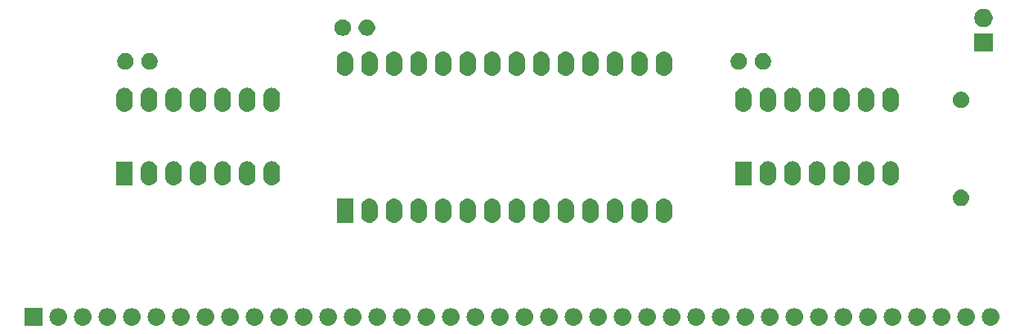
<source format=gbr>
G04 #@! TF.GenerationSoftware,KiCad,Pcbnew,(5.1.2)-2*
G04 #@! TF.CreationDate,2021-09-18T22:38:44+02:00*
G04 #@! TF.ProjectId,aZ80_RAM,615a3830-5f52-4414-9d2e-6b696361645f,rev?*
G04 #@! TF.SameCoordinates,Original*
G04 #@! TF.FileFunction,Soldermask,Top*
G04 #@! TF.FilePolarity,Negative*
%FSLAX46Y46*%
G04 Gerber Fmt 4.6, Leading zero omitted, Abs format (unit mm)*
G04 Created by KiCad (PCBNEW (5.1.2)-2) date 2021-09-18 22:38:44*
%MOMM*%
%LPD*%
G04 APERTURE LIST*
%ADD10C,0.100000*%
G04 APERTURE END LIST*
D10*
G36*
X114510443Y-109105519D02*
G01*
X114576627Y-109112037D01*
X114746466Y-109163557D01*
X114902991Y-109247222D01*
X114938729Y-109276552D01*
X115040186Y-109359814D01*
X115123448Y-109461271D01*
X115152778Y-109497009D01*
X115236443Y-109653534D01*
X115287963Y-109823373D01*
X115305359Y-110000000D01*
X115287963Y-110176627D01*
X115236443Y-110346466D01*
X115152778Y-110502991D01*
X115123448Y-110538729D01*
X115040186Y-110640186D01*
X114938729Y-110723448D01*
X114902991Y-110752778D01*
X114746466Y-110836443D01*
X114576627Y-110887963D01*
X114510443Y-110894481D01*
X114444260Y-110901000D01*
X114355740Y-110901000D01*
X114289557Y-110894481D01*
X114223373Y-110887963D01*
X114053534Y-110836443D01*
X113897009Y-110752778D01*
X113861271Y-110723448D01*
X113759814Y-110640186D01*
X113676552Y-110538729D01*
X113647222Y-110502991D01*
X113563557Y-110346466D01*
X113512037Y-110176627D01*
X113494641Y-110000000D01*
X113512037Y-109823373D01*
X113563557Y-109653534D01*
X113647222Y-109497009D01*
X113676552Y-109461271D01*
X113759814Y-109359814D01*
X113861271Y-109276552D01*
X113897009Y-109247222D01*
X114053534Y-109163557D01*
X114223373Y-109112037D01*
X114289557Y-109105519D01*
X114355740Y-109099000D01*
X114444260Y-109099000D01*
X114510443Y-109105519D01*
X114510443Y-109105519D01*
G37*
G36*
X111970443Y-109105519D02*
G01*
X112036627Y-109112037D01*
X112206466Y-109163557D01*
X112362991Y-109247222D01*
X112398729Y-109276552D01*
X112500186Y-109359814D01*
X112583448Y-109461271D01*
X112612778Y-109497009D01*
X112696443Y-109653534D01*
X112747963Y-109823373D01*
X112765359Y-110000000D01*
X112747963Y-110176627D01*
X112696443Y-110346466D01*
X112612778Y-110502991D01*
X112583448Y-110538729D01*
X112500186Y-110640186D01*
X112398729Y-110723448D01*
X112362991Y-110752778D01*
X112206466Y-110836443D01*
X112036627Y-110887963D01*
X111970443Y-110894481D01*
X111904260Y-110901000D01*
X111815740Y-110901000D01*
X111749557Y-110894481D01*
X111683373Y-110887963D01*
X111513534Y-110836443D01*
X111357009Y-110752778D01*
X111321271Y-110723448D01*
X111219814Y-110640186D01*
X111136552Y-110538729D01*
X111107222Y-110502991D01*
X111023557Y-110346466D01*
X110972037Y-110176627D01*
X110954641Y-110000000D01*
X110972037Y-109823373D01*
X111023557Y-109653534D01*
X111107222Y-109497009D01*
X111136552Y-109461271D01*
X111219814Y-109359814D01*
X111321271Y-109276552D01*
X111357009Y-109247222D01*
X111513534Y-109163557D01*
X111683373Y-109112037D01*
X111749557Y-109105519D01*
X111815740Y-109099000D01*
X111904260Y-109099000D01*
X111970443Y-109105519D01*
X111970443Y-109105519D01*
G37*
G36*
X89901000Y-110901000D02*
G01*
X88099000Y-110901000D01*
X88099000Y-109099000D01*
X89901000Y-109099000D01*
X89901000Y-110901000D01*
X89901000Y-110901000D01*
G37*
G36*
X91650443Y-109105519D02*
G01*
X91716627Y-109112037D01*
X91886466Y-109163557D01*
X92042991Y-109247222D01*
X92078729Y-109276552D01*
X92180186Y-109359814D01*
X92263448Y-109461271D01*
X92292778Y-109497009D01*
X92376443Y-109653534D01*
X92427963Y-109823373D01*
X92445359Y-110000000D01*
X92427963Y-110176627D01*
X92376443Y-110346466D01*
X92292778Y-110502991D01*
X92263448Y-110538729D01*
X92180186Y-110640186D01*
X92078729Y-110723448D01*
X92042991Y-110752778D01*
X91886466Y-110836443D01*
X91716627Y-110887963D01*
X91650443Y-110894481D01*
X91584260Y-110901000D01*
X91495740Y-110901000D01*
X91429557Y-110894481D01*
X91363373Y-110887963D01*
X91193534Y-110836443D01*
X91037009Y-110752778D01*
X91001271Y-110723448D01*
X90899814Y-110640186D01*
X90816552Y-110538729D01*
X90787222Y-110502991D01*
X90703557Y-110346466D01*
X90652037Y-110176627D01*
X90634641Y-110000000D01*
X90652037Y-109823373D01*
X90703557Y-109653534D01*
X90787222Y-109497009D01*
X90816552Y-109461271D01*
X90899814Y-109359814D01*
X91001271Y-109276552D01*
X91037009Y-109247222D01*
X91193534Y-109163557D01*
X91363373Y-109112037D01*
X91429557Y-109105519D01*
X91495740Y-109099000D01*
X91584260Y-109099000D01*
X91650443Y-109105519D01*
X91650443Y-109105519D01*
G37*
G36*
X94190443Y-109105519D02*
G01*
X94256627Y-109112037D01*
X94426466Y-109163557D01*
X94582991Y-109247222D01*
X94618729Y-109276552D01*
X94720186Y-109359814D01*
X94803448Y-109461271D01*
X94832778Y-109497009D01*
X94916443Y-109653534D01*
X94967963Y-109823373D01*
X94985359Y-110000000D01*
X94967963Y-110176627D01*
X94916443Y-110346466D01*
X94832778Y-110502991D01*
X94803448Y-110538729D01*
X94720186Y-110640186D01*
X94618729Y-110723448D01*
X94582991Y-110752778D01*
X94426466Y-110836443D01*
X94256627Y-110887963D01*
X94190443Y-110894481D01*
X94124260Y-110901000D01*
X94035740Y-110901000D01*
X93969557Y-110894481D01*
X93903373Y-110887963D01*
X93733534Y-110836443D01*
X93577009Y-110752778D01*
X93541271Y-110723448D01*
X93439814Y-110640186D01*
X93356552Y-110538729D01*
X93327222Y-110502991D01*
X93243557Y-110346466D01*
X93192037Y-110176627D01*
X93174641Y-110000000D01*
X93192037Y-109823373D01*
X93243557Y-109653534D01*
X93327222Y-109497009D01*
X93356552Y-109461271D01*
X93439814Y-109359814D01*
X93541271Y-109276552D01*
X93577009Y-109247222D01*
X93733534Y-109163557D01*
X93903373Y-109112037D01*
X93969557Y-109105519D01*
X94035740Y-109099000D01*
X94124260Y-109099000D01*
X94190443Y-109105519D01*
X94190443Y-109105519D01*
G37*
G36*
X96730443Y-109105519D02*
G01*
X96796627Y-109112037D01*
X96966466Y-109163557D01*
X97122991Y-109247222D01*
X97158729Y-109276552D01*
X97260186Y-109359814D01*
X97343448Y-109461271D01*
X97372778Y-109497009D01*
X97456443Y-109653534D01*
X97507963Y-109823373D01*
X97525359Y-110000000D01*
X97507963Y-110176627D01*
X97456443Y-110346466D01*
X97372778Y-110502991D01*
X97343448Y-110538729D01*
X97260186Y-110640186D01*
X97158729Y-110723448D01*
X97122991Y-110752778D01*
X96966466Y-110836443D01*
X96796627Y-110887963D01*
X96730443Y-110894481D01*
X96664260Y-110901000D01*
X96575740Y-110901000D01*
X96509557Y-110894481D01*
X96443373Y-110887963D01*
X96273534Y-110836443D01*
X96117009Y-110752778D01*
X96081271Y-110723448D01*
X95979814Y-110640186D01*
X95896552Y-110538729D01*
X95867222Y-110502991D01*
X95783557Y-110346466D01*
X95732037Y-110176627D01*
X95714641Y-110000000D01*
X95732037Y-109823373D01*
X95783557Y-109653534D01*
X95867222Y-109497009D01*
X95896552Y-109461271D01*
X95979814Y-109359814D01*
X96081271Y-109276552D01*
X96117009Y-109247222D01*
X96273534Y-109163557D01*
X96443373Y-109112037D01*
X96509557Y-109105519D01*
X96575740Y-109099000D01*
X96664260Y-109099000D01*
X96730443Y-109105519D01*
X96730443Y-109105519D01*
G37*
G36*
X99270443Y-109105519D02*
G01*
X99336627Y-109112037D01*
X99506466Y-109163557D01*
X99662991Y-109247222D01*
X99698729Y-109276552D01*
X99800186Y-109359814D01*
X99883448Y-109461271D01*
X99912778Y-109497009D01*
X99996443Y-109653534D01*
X100047963Y-109823373D01*
X100065359Y-110000000D01*
X100047963Y-110176627D01*
X99996443Y-110346466D01*
X99912778Y-110502991D01*
X99883448Y-110538729D01*
X99800186Y-110640186D01*
X99698729Y-110723448D01*
X99662991Y-110752778D01*
X99506466Y-110836443D01*
X99336627Y-110887963D01*
X99270443Y-110894481D01*
X99204260Y-110901000D01*
X99115740Y-110901000D01*
X99049557Y-110894481D01*
X98983373Y-110887963D01*
X98813534Y-110836443D01*
X98657009Y-110752778D01*
X98621271Y-110723448D01*
X98519814Y-110640186D01*
X98436552Y-110538729D01*
X98407222Y-110502991D01*
X98323557Y-110346466D01*
X98272037Y-110176627D01*
X98254641Y-110000000D01*
X98272037Y-109823373D01*
X98323557Y-109653534D01*
X98407222Y-109497009D01*
X98436552Y-109461271D01*
X98519814Y-109359814D01*
X98621271Y-109276552D01*
X98657009Y-109247222D01*
X98813534Y-109163557D01*
X98983373Y-109112037D01*
X99049557Y-109105519D01*
X99115740Y-109099000D01*
X99204260Y-109099000D01*
X99270443Y-109105519D01*
X99270443Y-109105519D01*
G37*
G36*
X104350443Y-109105519D02*
G01*
X104416627Y-109112037D01*
X104586466Y-109163557D01*
X104742991Y-109247222D01*
X104778729Y-109276552D01*
X104880186Y-109359814D01*
X104963448Y-109461271D01*
X104992778Y-109497009D01*
X105076443Y-109653534D01*
X105127963Y-109823373D01*
X105145359Y-110000000D01*
X105127963Y-110176627D01*
X105076443Y-110346466D01*
X104992778Y-110502991D01*
X104963448Y-110538729D01*
X104880186Y-110640186D01*
X104778729Y-110723448D01*
X104742991Y-110752778D01*
X104586466Y-110836443D01*
X104416627Y-110887963D01*
X104350443Y-110894481D01*
X104284260Y-110901000D01*
X104195740Y-110901000D01*
X104129557Y-110894481D01*
X104063373Y-110887963D01*
X103893534Y-110836443D01*
X103737009Y-110752778D01*
X103701271Y-110723448D01*
X103599814Y-110640186D01*
X103516552Y-110538729D01*
X103487222Y-110502991D01*
X103403557Y-110346466D01*
X103352037Y-110176627D01*
X103334641Y-110000000D01*
X103352037Y-109823373D01*
X103403557Y-109653534D01*
X103487222Y-109497009D01*
X103516552Y-109461271D01*
X103599814Y-109359814D01*
X103701271Y-109276552D01*
X103737009Y-109247222D01*
X103893534Y-109163557D01*
X104063373Y-109112037D01*
X104129557Y-109105519D01*
X104195740Y-109099000D01*
X104284260Y-109099000D01*
X104350443Y-109105519D01*
X104350443Y-109105519D01*
G37*
G36*
X106890443Y-109105519D02*
G01*
X106956627Y-109112037D01*
X107126466Y-109163557D01*
X107282991Y-109247222D01*
X107318729Y-109276552D01*
X107420186Y-109359814D01*
X107503448Y-109461271D01*
X107532778Y-109497009D01*
X107616443Y-109653534D01*
X107667963Y-109823373D01*
X107685359Y-110000000D01*
X107667963Y-110176627D01*
X107616443Y-110346466D01*
X107532778Y-110502991D01*
X107503448Y-110538729D01*
X107420186Y-110640186D01*
X107318729Y-110723448D01*
X107282991Y-110752778D01*
X107126466Y-110836443D01*
X106956627Y-110887963D01*
X106890443Y-110894481D01*
X106824260Y-110901000D01*
X106735740Y-110901000D01*
X106669557Y-110894481D01*
X106603373Y-110887963D01*
X106433534Y-110836443D01*
X106277009Y-110752778D01*
X106241271Y-110723448D01*
X106139814Y-110640186D01*
X106056552Y-110538729D01*
X106027222Y-110502991D01*
X105943557Y-110346466D01*
X105892037Y-110176627D01*
X105874641Y-110000000D01*
X105892037Y-109823373D01*
X105943557Y-109653534D01*
X106027222Y-109497009D01*
X106056552Y-109461271D01*
X106139814Y-109359814D01*
X106241271Y-109276552D01*
X106277009Y-109247222D01*
X106433534Y-109163557D01*
X106603373Y-109112037D01*
X106669557Y-109105519D01*
X106735740Y-109099000D01*
X106824260Y-109099000D01*
X106890443Y-109105519D01*
X106890443Y-109105519D01*
G37*
G36*
X109430443Y-109105519D02*
G01*
X109496627Y-109112037D01*
X109666466Y-109163557D01*
X109822991Y-109247222D01*
X109858729Y-109276552D01*
X109960186Y-109359814D01*
X110043448Y-109461271D01*
X110072778Y-109497009D01*
X110156443Y-109653534D01*
X110207963Y-109823373D01*
X110225359Y-110000000D01*
X110207963Y-110176627D01*
X110156443Y-110346466D01*
X110072778Y-110502991D01*
X110043448Y-110538729D01*
X109960186Y-110640186D01*
X109858729Y-110723448D01*
X109822991Y-110752778D01*
X109666466Y-110836443D01*
X109496627Y-110887963D01*
X109430443Y-110894481D01*
X109364260Y-110901000D01*
X109275740Y-110901000D01*
X109209557Y-110894481D01*
X109143373Y-110887963D01*
X108973534Y-110836443D01*
X108817009Y-110752778D01*
X108781271Y-110723448D01*
X108679814Y-110640186D01*
X108596552Y-110538729D01*
X108567222Y-110502991D01*
X108483557Y-110346466D01*
X108432037Y-110176627D01*
X108414641Y-110000000D01*
X108432037Y-109823373D01*
X108483557Y-109653534D01*
X108567222Y-109497009D01*
X108596552Y-109461271D01*
X108679814Y-109359814D01*
X108781271Y-109276552D01*
X108817009Y-109247222D01*
X108973534Y-109163557D01*
X109143373Y-109112037D01*
X109209557Y-109105519D01*
X109275740Y-109099000D01*
X109364260Y-109099000D01*
X109430443Y-109105519D01*
X109430443Y-109105519D01*
G37*
G36*
X101810443Y-109105519D02*
G01*
X101876627Y-109112037D01*
X102046466Y-109163557D01*
X102202991Y-109247222D01*
X102238729Y-109276552D01*
X102340186Y-109359814D01*
X102423448Y-109461271D01*
X102452778Y-109497009D01*
X102536443Y-109653534D01*
X102587963Y-109823373D01*
X102605359Y-110000000D01*
X102587963Y-110176627D01*
X102536443Y-110346466D01*
X102452778Y-110502991D01*
X102423448Y-110538729D01*
X102340186Y-110640186D01*
X102238729Y-110723448D01*
X102202991Y-110752778D01*
X102046466Y-110836443D01*
X101876627Y-110887963D01*
X101810443Y-110894481D01*
X101744260Y-110901000D01*
X101655740Y-110901000D01*
X101589557Y-110894481D01*
X101523373Y-110887963D01*
X101353534Y-110836443D01*
X101197009Y-110752778D01*
X101161271Y-110723448D01*
X101059814Y-110640186D01*
X100976552Y-110538729D01*
X100947222Y-110502991D01*
X100863557Y-110346466D01*
X100812037Y-110176627D01*
X100794641Y-110000000D01*
X100812037Y-109823373D01*
X100863557Y-109653534D01*
X100947222Y-109497009D01*
X100976552Y-109461271D01*
X101059814Y-109359814D01*
X101161271Y-109276552D01*
X101197009Y-109247222D01*
X101353534Y-109163557D01*
X101523373Y-109112037D01*
X101589557Y-109105519D01*
X101655740Y-109099000D01*
X101744260Y-109099000D01*
X101810443Y-109105519D01*
X101810443Y-109105519D01*
G37*
G36*
X117050443Y-109105519D02*
G01*
X117116627Y-109112037D01*
X117286466Y-109163557D01*
X117442991Y-109247222D01*
X117478729Y-109276552D01*
X117580186Y-109359814D01*
X117663448Y-109461271D01*
X117692778Y-109497009D01*
X117776443Y-109653534D01*
X117827963Y-109823373D01*
X117845359Y-110000000D01*
X117827963Y-110176627D01*
X117776443Y-110346466D01*
X117692778Y-110502991D01*
X117663448Y-110538729D01*
X117580186Y-110640186D01*
X117478729Y-110723448D01*
X117442991Y-110752778D01*
X117286466Y-110836443D01*
X117116627Y-110887963D01*
X117050443Y-110894481D01*
X116984260Y-110901000D01*
X116895740Y-110901000D01*
X116829557Y-110894481D01*
X116763373Y-110887963D01*
X116593534Y-110836443D01*
X116437009Y-110752778D01*
X116401271Y-110723448D01*
X116299814Y-110640186D01*
X116216552Y-110538729D01*
X116187222Y-110502991D01*
X116103557Y-110346466D01*
X116052037Y-110176627D01*
X116034641Y-110000000D01*
X116052037Y-109823373D01*
X116103557Y-109653534D01*
X116187222Y-109497009D01*
X116216552Y-109461271D01*
X116299814Y-109359814D01*
X116401271Y-109276552D01*
X116437009Y-109247222D01*
X116593534Y-109163557D01*
X116763373Y-109112037D01*
X116829557Y-109105519D01*
X116895740Y-109099000D01*
X116984260Y-109099000D01*
X117050443Y-109105519D01*
X117050443Y-109105519D01*
G37*
G36*
X119590443Y-109105519D02*
G01*
X119656627Y-109112037D01*
X119826466Y-109163557D01*
X119982991Y-109247222D01*
X120018729Y-109276552D01*
X120120186Y-109359814D01*
X120203448Y-109461271D01*
X120232778Y-109497009D01*
X120316443Y-109653534D01*
X120367963Y-109823373D01*
X120385359Y-110000000D01*
X120367963Y-110176627D01*
X120316443Y-110346466D01*
X120232778Y-110502991D01*
X120203448Y-110538729D01*
X120120186Y-110640186D01*
X120018729Y-110723448D01*
X119982991Y-110752778D01*
X119826466Y-110836443D01*
X119656627Y-110887963D01*
X119590443Y-110894481D01*
X119524260Y-110901000D01*
X119435740Y-110901000D01*
X119369557Y-110894481D01*
X119303373Y-110887963D01*
X119133534Y-110836443D01*
X118977009Y-110752778D01*
X118941271Y-110723448D01*
X118839814Y-110640186D01*
X118756552Y-110538729D01*
X118727222Y-110502991D01*
X118643557Y-110346466D01*
X118592037Y-110176627D01*
X118574641Y-110000000D01*
X118592037Y-109823373D01*
X118643557Y-109653534D01*
X118727222Y-109497009D01*
X118756552Y-109461271D01*
X118839814Y-109359814D01*
X118941271Y-109276552D01*
X118977009Y-109247222D01*
X119133534Y-109163557D01*
X119303373Y-109112037D01*
X119369557Y-109105519D01*
X119435740Y-109099000D01*
X119524260Y-109099000D01*
X119590443Y-109105519D01*
X119590443Y-109105519D01*
G37*
G36*
X122130443Y-109105519D02*
G01*
X122196627Y-109112037D01*
X122366466Y-109163557D01*
X122522991Y-109247222D01*
X122558729Y-109276552D01*
X122660186Y-109359814D01*
X122743448Y-109461271D01*
X122772778Y-109497009D01*
X122856443Y-109653534D01*
X122907963Y-109823373D01*
X122925359Y-110000000D01*
X122907963Y-110176627D01*
X122856443Y-110346466D01*
X122772778Y-110502991D01*
X122743448Y-110538729D01*
X122660186Y-110640186D01*
X122558729Y-110723448D01*
X122522991Y-110752778D01*
X122366466Y-110836443D01*
X122196627Y-110887963D01*
X122130443Y-110894481D01*
X122064260Y-110901000D01*
X121975740Y-110901000D01*
X121909557Y-110894481D01*
X121843373Y-110887963D01*
X121673534Y-110836443D01*
X121517009Y-110752778D01*
X121481271Y-110723448D01*
X121379814Y-110640186D01*
X121296552Y-110538729D01*
X121267222Y-110502991D01*
X121183557Y-110346466D01*
X121132037Y-110176627D01*
X121114641Y-110000000D01*
X121132037Y-109823373D01*
X121183557Y-109653534D01*
X121267222Y-109497009D01*
X121296552Y-109461271D01*
X121379814Y-109359814D01*
X121481271Y-109276552D01*
X121517009Y-109247222D01*
X121673534Y-109163557D01*
X121843373Y-109112037D01*
X121909557Y-109105519D01*
X121975740Y-109099000D01*
X122064260Y-109099000D01*
X122130443Y-109105519D01*
X122130443Y-109105519D01*
G37*
G36*
X124670443Y-109105519D02*
G01*
X124736627Y-109112037D01*
X124906466Y-109163557D01*
X125062991Y-109247222D01*
X125098729Y-109276552D01*
X125200186Y-109359814D01*
X125283448Y-109461271D01*
X125312778Y-109497009D01*
X125396443Y-109653534D01*
X125447963Y-109823373D01*
X125465359Y-110000000D01*
X125447963Y-110176627D01*
X125396443Y-110346466D01*
X125312778Y-110502991D01*
X125283448Y-110538729D01*
X125200186Y-110640186D01*
X125098729Y-110723448D01*
X125062991Y-110752778D01*
X124906466Y-110836443D01*
X124736627Y-110887963D01*
X124670443Y-110894481D01*
X124604260Y-110901000D01*
X124515740Y-110901000D01*
X124449557Y-110894481D01*
X124383373Y-110887963D01*
X124213534Y-110836443D01*
X124057009Y-110752778D01*
X124021271Y-110723448D01*
X123919814Y-110640186D01*
X123836552Y-110538729D01*
X123807222Y-110502991D01*
X123723557Y-110346466D01*
X123672037Y-110176627D01*
X123654641Y-110000000D01*
X123672037Y-109823373D01*
X123723557Y-109653534D01*
X123807222Y-109497009D01*
X123836552Y-109461271D01*
X123919814Y-109359814D01*
X124021271Y-109276552D01*
X124057009Y-109247222D01*
X124213534Y-109163557D01*
X124383373Y-109112037D01*
X124449557Y-109105519D01*
X124515740Y-109099000D01*
X124604260Y-109099000D01*
X124670443Y-109105519D01*
X124670443Y-109105519D01*
G37*
G36*
X127210443Y-109105519D02*
G01*
X127276627Y-109112037D01*
X127446466Y-109163557D01*
X127602991Y-109247222D01*
X127638729Y-109276552D01*
X127740186Y-109359814D01*
X127823448Y-109461271D01*
X127852778Y-109497009D01*
X127936443Y-109653534D01*
X127987963Y-109823373D01*
X128005359Y-110000000D01*
X127987963Y-110176627D01*
X127936443Y-110346466D01*
X127852778Y-110502991D01*
X127823448Y-110538729D01*
X127740186Y-110640186D01*
X127638729Y-110723448D01*
X127602991Y-110752778D01*
X127446466Y-110836443D01*
X127276627Y-110887963D01*
X127210443Y-110894481D01*
X127144260Y-110901000D01*
X127055740Y-110901000D01*
X126989557Y-110894481D01*
X126923373Y-110887963D01*
X126753534Y-110836443D01*
X126597009Y-110752778D01*
X126561271Y-110723448D01*
X126459814Y-110640186D01*
X126376552Y-110538729D01*
X126347222Y-110502991D01*
X126263557Y-110346466D01*
X126212037Y-110176627D01*
X126194641Y-110000000D01*
X126212037Y-109823373D01*
X126263557Y-109653534D01*
X126347222Y-109497009D01*
X126376552Y-109461271D01*
X126459814Y-109359814D01*
X126561271Y-109276552D01*
X126597009Y-109247222D01*
X126753534Y-109163557D01*
X126923373Y-109112037D01*
X126989557Y-109105519D01*
X127055740Y-109099000D01*
X127144260Y-109099000D01*
X127210443Y-109105519D01*
X127210443Y-109105519D01*
G37*
G36*
X129750443Y-109105519D02*
G01*
X129816627Y-109112037D01*
X129986466Y-109163557D01*
X130142991Y-109247222D01*
X130178729Y-109276552D01*
X130280186Y-109359814D01*
X130363448Y-109461271D01*
X130392778Y-109497009D01*
X130476443Y-109653534D01*
X130527963Y-109823373D01*
X130545359Y-110000000D01*
X130527963Y-110176627D01*
X130476443Y-110346466D01*
X130392778Y-110502991D01*
X130363448Y-110538729D01*
X130280186Y-110640186D01*
X130178729Y-110723448D01*
X130142991Y-110752778D01*
X129986466Y-110836443D01*
X129816627Y-110887963D01*
X129750443Y-110894481D01*
X129684260Y-110901000D01*
X129595740Y-110901000D01*
X129529557Y-110894481D01*
X129463373Y-110887963D01*
X129293534Y-110836443D01*
X129137009Y-110752778D01*
X129101271Y-110723448D01*
X128999814Y-110640186D01*
X128916552Y-110538729D01*
X128887222Y-110502991D01*
X128803557Y-110346466D01*
X128752037Y-110176627D01*
X128734641Y-110000000D01*
X128752037Y-109823373D01*
X128803557Y-109653534D01*
X128887222Y-109497009D01*
X128916552Y-109461271D01*
X128999814Y-109359814D01*
X129101271Y-109276552D01*
X129137009Y-109247222D01*
X129293534Y-109163557D01*
X129463373Y-109112037D01*
X129529557Y-109105519D01*
X129595740Y-109099000D01*
X129684260Y-109099000D01*
X129750443Y-109105519D01*
X129750443Y-109105519D01*
G37*
G36*
X132290443Y-109105519D02*
G01*
X132356627Y-109112037D01*
X132526466Y-109163557D01*
X132682991Y-109247222D01*
X132718729Y-109276552D01*
X132820186Y-109359814D01*
X132903448Y-109461271D01*
X132932778Y-109497009D01*
X133016443Y-109653534D01*
X133067963Y-109823373D01*
X133085359Y-110000000D01*
X133067963Y-110176627D01*
X133016443Y-110346466D01*
X132932778Y-110502991D01*
X132903448Y-110538729D01*
X132820186Y-110640186D01*
X132718729Y-110723448D01*
X132682991Y-110752778D01*
X132526466Y-110836443D01*
X132356627Y-110887963D01*
X132290443Y-110894481D01*
X132224260Y-110901000D01*
X132135740Y-110901000D01*
X132069557Y-110894481D01*
X132003373Y-110887963D01*
X131833534Y-110836443D01*
X131677009Y-110752778D01*
X131641271Y-110723448D01*
X131539814Y-110640186D01*
X131456552Y-110538729D01*
X131427222Y-110502991D01*
X131343557Y-110346466D01*
X131292037Y-110176627D01*
X131274641Y-110000000D01*
X131292037Y-109823373D01*
X131343557Y-109653534D01*
X131427222Y-109497009D01*
X131456552Y-109461271D01*
X131539814Y-109359814D01*
X131641271Y-109276552D01*
X131677009Y-109247222D01*
X131833534Y-109163557D01*
X132003373Y-109112037D01*
X132069557Y-109105519D01*
X132135740Y-109099000D01*
X132224260Y-109099000D01*
X132290443Y-109105519D01*
X132290443Y-109105519D01*
G37*
G36*
X134830443Y-109105519D02*
G01*
X134896627Y-109112037D01*
X135066466Y-109163557D01*
X135222991Y-109247222D01*
X135258729Y-109276552D01*
X135360186Y-109359814D01*
X135443448Y-109461271D01*
X135472778Y-109497009D01*
X135556443Y-109653534D01*
X135607963Y-109823373D01*
X135625359Y-110000000D01*
X135607963Y-110176627D01*
X135556443Y-110346466D01*
X135472778Y-110502991D01*
X135443448Y-110538729D01*
X135360186Y-110640186D01*
X135258729Y-110723448D01*
X135222991Y-110752778D01*
X135066466Y-110836443D01*
X134896627Y-110887963D01*
X134830443Y-110894481D01*
X134764260Y-110901000D01*
X134675740Y-110901000D01*
X134609557Y-110894481D01*
X134543373Y-110887963D01*
X134373534Y-110836443D01*
X134217009Y-110752778D01*
X134181271Y-110723448D01*
X134079814Y-110640186D01*
X133996552Y-110538729D01*
X133967222Y-110502991D01*
X133883557Y-110346466D01*
X133832037Y-110176627D01*
X133814641Y-110000000D01*
X133832037Y-109823373D01*
X133883557Y-109653534D01*
X133967222Y-109497009D01*
X133996552Y-109461271D01*
X134079814Y-109359814D01*
X134181271Y-109276552D01*
X134217009Y-109247222D01*
X134373534Y-109163557D01*
X134543373Y-109112037D01*
X134609557Y-109105519D01*
X134675740Y-109099000D01*
X134764260Y-109099000D01*
X134830443Y-109105519D01*
X134830443Y-109105519D01*
G37*
G36*
X165310443Y-109105519D02*
G01*
X165376627Y-109112037D01*
X165546466Y-109163557D01*
X165702991Y-109247222D01*
X165738729Y-109276552D01*
X165840186Y-109359814D01*
X165923448Y-109461271D01*
X165952778Y-109497009D01*
X166036443Y-109653534D01*
X166087963Y-109823373D01*
X166105359Y-110000000D01*
X166087963Y-110176627D01*
X166036443Y-110346466D01*
X165952778Y-110502991D01*
X165923448Y-110538729D01*
X165840186Y-110640186D01*
X165738729Y-110723448D01*
X165702991Y-110752778D01*
X165546466Y-110836443D01*
X165376627Y-110887963D01*
X165310443Y-110894481D01*
X165244260Y-110901000D01*
X165155740Y-110901000D01*
X165089557Y-110894481D01*
X165023373Y-110887963D01*
X164853534Y-110836443D01*
X164697009Y-110752778D01*
X164661271Y-110723448D01*
X164559814Y-110640186D01*
X164476552Y-110538729D01*
X164447222Y-110502991D01*
X164363557Y-110346466D01*
X164312037Y-110176627D01*
X164294641Y-110000000D01*
X164312037Y-109823373D01*
X164363557Y-109653534D01*
X164447222Y-109497009D01*
X164476552Y-109461271D01*
X164559814Y-109359814D01*
X164661271Y-109276552D01*
X164697009Y-109247222D01*
X164853534Y-109163557D01*
X165023373Y-109112037D01*
X165089557Y-109105519D01*
X165155740Y-109099000D01*
X165244260Y-109099000D01*
X165310443Y-109105519D01*
X165310443Y-109105519D01*
G37*
G36*
X147530443Y-109105519D02*
G01*
X147596627Y-109112037D01*
X147766466Y-109163557D01*
X147922991Y-109247222D01*
X147958729Y-109276552D01*
X148060186Y-109359814D01*
X148143448Y-109461271D01*
X148172778Y-109497009D01*
X148256443Y-109653534D01*
X148307963Y-109823373D01*
X148325359Y-110000000D01*
X148307963Y-110176627D01*
X148256443Y-110346466D01*
X148172778Y-110502991D01*
X148143448Y-110538729D01*
X148060186Y-110640186D01*
X147958729Y-110723448D01*
X147922991Y-110752778D01*
X147766466Y-110836443D01*
X147596627Y-110887963D01*
X147530443Y-110894481D01*
X147464260Y-110901000D01*
X147375740Y-110901000D01*
X147309557Y-110894481D01*
X147243373Y-110887963D01*
X147073534Y-110836443D01*
X146917009Y-110752778D01*
X146881271Y-110723448D01*
X146779814Y-110640186D01*
X146696552Y-110538729D01*
X146667222Y-110502991D01*
X146583557Y-110346466D01*
X146532037Y-110176627D01*
X146514641Y-110000000D01*
X146532037Y-109823373D01*
X146583557Y-109653534D01*
X146667222Y-109497009D01*
X146696552Y-109461271D01*
X146779814Y-109359814D01*
X146881271Y-109276552D01*
X146917009Y-109247222D01*
X147073534Y-109163557D01*
X147243373Y-109112037D01*
X147309557Y-109105519D01*
X147375740Y-109099000D01*
X147464260Y-109099000D01*
X147530443Y-109105519D01*
X147530443Y-109105519D01*
G37*
G36*
X139910443Y-109105519D02*
G01*
X139976627Y-109112037D01*
X140146466Y-109163557D01*
X140302991Y-109247222D01*
X140338729Y-109276552D01*
X140440186Y-109359814D01*
X140523448Y-109461271D01*
X140552778Y-109497009D01*
X140636443Y-109653534D01*
X140687963Y-109823373D01*
X140705359Y-110000000D01*
X140687963Y-110176627D01*
X140636443Y-110346466D01*
X140552778Y-110502991D01*
X140523448Y-110538729D01*
X140440186Y-110640186D01*
X140338729Y-110723448D01*
X140302991Y-110752778D01*
X140146466Y-110836443D01*
X139976627Y-110887963D01*
X139910443Y-110894481D01*
X139844260Y-110901000D01*
X139755740Y-110901000D01*
X139689557Y-110894481D01*
X139623373Y-110887963D01*
X139453534Y-110836443D01*
X139297009Y-110752778D01*
X139261271Y-110723448D01*
X139159814Y-110640186D01*
X139076552Y-110538729D01*
X139047222Y-110502991D01*
X138963557Y-110346466D01*
X138912037Y-110176627D01*
X138894641Y-110000000D01*
X138912037Y-109823373D01*
X138963557Y-109653534D01*
X139047222Y-109497009D01*
X139076552Y-109461271D01*
X139159814Y-109359814D01*
X139261271Y-109276552D01*
X139297009Y-109247222D01*
X139453534Y-109163557D01*
X139623373Y-109112037D01*
X139689557Y-109105519D01*
X139755740Y-109099000D01*
X139844260Y-109099000D01*
X139910443Y-109105519D01*
X139910443Y-109105519D01*
G37*
G36*
X142450443Y-109105519D02*
G01*
X142516627Y-109112037D01*
X142686466Y-109163557D01*
X142842991Y-109247222D01*
X142878729Y-109276552D01*
X142980186Y-109359814D01*
X143063448Y-109461271D01*
X143092778Y-109497009D01*
X143176443Y-109653534D01*
X143227963Y-109823373D01*
X143245359Y-110000000D01*
X143227963Y-110176627D01*
X143176443Y-110346466D01*
X143092778Y-110502991D01*
X143063448Y-110538729D01*
X142980186Y-110640186D01*
X142878729Y-110723448D01*
X142842991Y-110752778D01*
X142686466Y-110836443D01*
X142516627Y-110887963D01*
X142450443Y-110894481D01*
X142384260Y-110901000D01*
X142295740Y-110901000D01*
X142229557Y-110894481D01*
X142163373Y-110887963D01*
X141993534Y-110836443D01*
X141837009Y-110752778D01*
X141801271Y-110723448D01*
X141699814Y-110640186D01*
X141616552Y-110538729D01*
X141587222Y-110502991D01*
X141503557Y-110346466D01*
X141452037Y-110176627D01*
X141434641Y-110000000D01*
X141452037Y-109823373D01*
X141503557Y-109653534D01*
X141587222Y-109497009D01*
X141616552Y-109461271D01*
X141699814Y-109359814D01*
X141801271Y-109276552D01*
X141837009Y-109247222D01*
X141993534Y-109163557D01*
X142163373Y-109112037D01*
X142229557Y-109105519D01*
X142295740Y-109099000D01*
X142384260Y-109099000D01*
X142450443Y-109105519D01*
X142450443Y-109105519D01*
G37*
G36*
X144990443Y-109105519D02*
G01*
X145056627Y-109112037D01*
X145226466Y-109163557D01*
X145382991Y-109247222D01*
X145418729Y-109276552D01*
X145520186Y-109359814D01*
X145603448Y-109461271D01*
X145632778Y-109497009D01*
X145716443Y-109653534D01*
X145767963Y-109823373D01*
X145785359Y-110000000D01*
X145767963Y-110176627D01*
X145716443Y-110346466D01*
X145632778Y-110502991D01*
X145603448Y-110538729D01*
X145520186Y-110640186D01*
X145418729Y-110723448D01*
X145382991Y-110752778D01*
X145226466Y-110836443D01*
X145056627Y-110887963D01*
X144990443Y-110894481D01*
X144924260Y-110901000D01*
X144835740Y-110901000D01*
X144769557Y-110894481D01*
X144703373Y-110887963D01*
X144533534Y-110836443D01*
X144377009Y-110752778D01*
X144341271Y-110723448D01*
X144239814Y-110640186D01*
X144156552Y-110538729D01*
X144127222Y-110502991D01*
X144043557Y-110346466D01*
X143992037Y-110176627D01*
X143974641Y-110000000D01*
X143992037Y-109823373D01*
X144043557Y-109653534D01*
X144127222Y-109497009D01*
X144156552Y-109461271D01*
X144239814Y-109359814D01*
X144341271Y-109276552D01*
X144377009Y-109247222D01*
X144533534Y-109163557D01*
X144703373Y-109112037D01*
X144769557Y-109105519D01*
X144835740Y-109099000D01*
X144924260Y-109099000D01*
X144990443Y-109105519D01*
X144990443Y-109105519D01*
G37*
G36*
X188170443Y-109105519D02*
G01*
X188236627Y-109112037D01*
X188406466Y-109163557D01*
X188562991Y-109247222D01*
X188598729Y-109276552D01*
X188700186Y-109359814D01*
X188783448Y-109461271D01*
X188812778Y-109497009D01*
X188896443Y-109653534D01*
X188947963Y-109823373D01*
X188965359Y-110000000D01*
X188947963Y-110176627D01*
X188896443Y-110346466D01*
X188812778Y-110502991D01*
X188783448Y-110538729D01*
X188700186Y-110640186D01*
X188598729Y-110723448D01*
X188562991Y-110752778D01*
X188406466Y-110836443D01*
X188236627Y-110887963D01*
X188170443Y-110894481D01*
X188104260Y-110901000D01*
X188015740Y-110901000D01*
X187949557Y-110894481D01*
X187883373Y-110887963D01*
X187713534Y-110836443D01*
X187557009Y-110752778D01*
X187521271Y-110723448D01*
X187419814Y-110640186D01*
X187336552Y-110538729D01*
X187307222Y-110502991D01*
X187223557Y-110346466D01*
X187172037Y-110176627D01*
X187154641Y-110000000D01*
X187172037Y-109823373D01*
X187223557Y-109653534D01*
X187307222Y-109497009D01*
X187336552Y-109461271D01*
X187419814Y-109359814D01*
X187521271Y-109276552D01*
X187557009Y-109247222D01*
X187713534Y-109163557D01*
X187883373Y-109112037D01*
X187949557Y-109105519D01*
X188015740Y-109099000D01*
X188104260Y-109099000D01*
X188170443Y-109105519D01*
X188170443Y-109105519D01*
G37*
G36*
X150070443Y-109105519D02*
G01*
X150136627Y-109112037D01*
X150306466Y-109163557D01*
X150462991Y-109247222D01*
X150498729Y-109276552D01*
X150600186Y-109359814D01*
X150683448Y-109461271D01*
X150712778Y-109497009D01*
X150796443Y-109653534D01*
X150847963Y-109823373D01*
X150865359Y-110000000D01*
X150847963Y-110176627D01*
X150796443Y-110346466D01*
X150712778Y-110502991D01*
X150683448Y-110538729D01*
X150600186Y-110640186D01*
X150498729Y-110723448D01*
X150462991Y-110752778D01*
X150306466Y-110836443D01*
X150136627Y-110887963D01*
X150070443Y-110894481D01*
X150004260Y-110901000D01*
X149915740Y-110901000D01*
X149849557Y-110894481D01*
X149783373Y-110887963D01*
X149613534Y-110836443D01*
X149457009Y-110752778D01*
X149421271Y-110723448D01*
X149319814Y-110640186D01*
X149236552Y-110538729D01*
X149207222Y-110502991D01*
X149123557Y-110346466D01*
X149072037Y-110176627D01*
X149054641Y-110000000D01*
X149072037Y-109823373D01*
X149123557Y-109653534D01*
X149207222Y-109497009D01*
X149236552Y-109461271D01*
X149319814Y-109359814D01*
X149421271Y-109276552D01*
X149457009Y-109247222D01*
X149613534Y-109163557D01*
X149783373Y-109112037D01*
X149849557Y-109105519D01*
X149915740Y-109099000D01*
X150004260Y-109099000D01*
X150070443Y-109105519D01*
X150070443Y-109105519D01*
G37*
G36*
X152610443Y-109105519D02*
G01*
X152676627Y-109112037D01*
X152846466Y-109163557D01*
X153002991Y-109247222D01*
X153038729Y-109276552D01*
X153140186Y-109359814D01*
X153223448Y-109461271D01*
X153252778Y-109497009D01*
X153336443Y-109653534D01*
X153387963Y-109823373D01*
X153405359Y-110000000D01*
X153387963Y-110176627D01*
X153336443Y-110346466D01*
X153252778Y-110502991D01*
X153223448Y-110538729D01*
X153140186Y-110640186D01*
X153038729Y-110723448D01*
X153002991Y-110752778D01*
X152846466Y-110836443D01*
X152676627Y-110887963D01*
X152610443Y-110894481D01*
X152544260Y-110901000D01*
X152455740Y-110901000D01*
X152389557Y-110894481D01*
X152323373Y-110887963D01*
X152153534Y-110836443D01*
X151997009Y-110752778D01*
X151961271Y-110723448D01*
X151859814Y-110640186D01*
X151776552Y-110538729D01*
X151747222Y-110502991D01*
X151663557Y-110346466D01*
X151612037Y-110176627D01*
X151594641Y-110000000D01*
X151612037Y-109823373D01*
X151663557Y-109653534D01*
X151747222Y-109497009D01*
X151776552Y-109461271D01*
X151859814Y-109359814D01*
X151961271Y-109276552D01*
X151997009Y-109247222D01*
X152153534Y-109163557D01*
X152323373Y-109112037D01*
X152389557Y-109105519D01*
X152455740Y-109099000D01*
X152544260Y-109099000D01*
X152610443Y-109105519D01*
X152610443Y-109105519D01*
G37*
G36*
X155150443Y-109105519D02*
G01*
X155216627Y-109112037D01*
X155386466Y-109163557D01*
X155542991Y-109247222D01*
X155578729Y-109276552D01*
X155680186Y-109359814D01*
X155763448Y-109461271D01*
X155792778Y-109497009D01*
X155876443Y-109653534D01*
X155927963Y-109823373D01*
X155945359Y-110000000D01*
X155927963Y-110176627D01*
X155876443Y-110346466D01*
X155792778Y-110502991D01*
X155763448Y-110538729D01*
X155680186Y-110640186D01*
X155578729Y-110723448D01*
X155542991Y-110752778D01*
X155386466Y-110836443D01*
X155216627Y-110887963D01*
X155150443Y-110894481D01*
X155084260Y-110901000D01*
X154995740Y-110901000D01*
X154929557Y-110894481D01*
X154863373Y-110887963D01*
X154693534Y-110836443D01*
X154537009Y-110752778D01*
X154501271Y-110723448D01*
X154399814Y-110640186D01*
X154316552Y-110538729D01*
X154287222Y-110502991D01*
X154203557Y-110346466D01*
X154152037Y-110176627D01*
X154134641Y-110000000D01*
X154152037Y-109823373D01*
X154203557Y-109653534D01*
X154287222Y-109497009D01*
X154316552Y-109461271D01*
X154399814Y-109359814D01*
X154501271Y-109276552D01*
X154537009Y-109247222D01*
X154693534Y-109163557D01*
X154863373Y-109112037D01*
X154929557Y-109105519D01*
X154995740Y-109099000D01*
X155084260Y-109099000D01*
X155150443Y-109105519D01*
X155150443Y-109105519D01*
G37*
G36*
X157690443Y-109105519D02*
G01*
X157756627Y-109112037D01*
X157926466Y-109163557D01*
X158082991Y-109247222D01*
X158118729Y-109276552D01*
X158220186Y-109359814D01*
X158303448Y-109461271D01*
X158332778Y-109497009D01*
X158416443Y-109653534D01*
X158467963Y-109823373D01*
X158485359Y-110000000D01*
X158467963Y-110176627D01*
X158416443Y-110346466D01*
X158332778Y-110502991D01*
X158303448Y-110538729D01*
X158220186Y-110640186D01*
X158118729Y-110723448D01*
X158082991Y-110752778D01*
X157926466Y-110836443D01*
X157756627Y-110887963D01*
X157690443Y-110894481D01*
X157624260Y-110901000D01*
X157535740Y-110901000D01*
X157469557Y-110894481D01*
X157403373Y-110887963D01*
X157233534Y-110836443D01*
X157077009Y-110752778D01*
X157041271Y-110723448D01*
X156939814Y-110640186D01*
X156856552Y-110538729D01*
X156827222Y-110502991D01*
X156743557Y-110346466D01*
X156692037Y-110176627D01*
X156674641Y-110000000D01*
X156692037Y-109823373D01*
X156743557Y-109653534D01*
X156827222Y-109497009D01*
X156856552Y-109461271D01*
X156939814Y-109359814D01*
X157041271Y-109276552D01*
X157077009Y-109247222D01*
X157233534Y-109163557D01*
X157403373Y-109112037D01*
X157469557Y-109105519D01*
X157535740Y-109099000D01*
X157624260Y-109099000D01*
X157690443Y-109105519D01*
X157690443Y-109105519D01*
G37*
G36*
X160230443Y-109105519D02*
G01*
X160296627Y-109112037D01*
X160466466Y-109163557D01*
X160622991Y-109247222D01*
X160658729Y-109276552D01*
X160760186Y-109359814D01*
X160843448Y-109461271D01*
X160872778Y-109497009D01*
X160956443Y-109653534D01*
X161007963Y-109823373D01*
X161025359Y-110000000D01*
X161007963Y-110176627D01*
X160956443Y-110346466D01*
X160872778Y-110502991D01*
X160843448Y-110538729D01*
X160760186Y-110640186D01*
X160658729Y-110723448D01*
X160622991Y-110752778D01*
X160466466Y-110836443D01*
X160296627Y-110887963D01*
X160230443Y-110894481D01*
X160164260Y-110901000D01*
X160075740Y-110901000D01*
X160009557Y-110894481D01*
X159943373Y-110887963D01*
X159773534Y-110836443D01*
X159617009Y-110752778D01*
X159581271Y-110723448D01*
X159479814Y-110640186D01*
X159396552Y-110538729D01*
X159367222Y-110502991D01*
X159283557Y-110346466D01*
X159232037Y-110176627D01*
X159214641Y-110000000D01*
X159232037Y-109823373D01*
X159283557Y-109653534D01*
X159367222Y-109497009D01*
X159396552Y-109461271D01*
X159479814Y-109359814D01*
X159581271Y-109276552D01*
X159617009Y-109247222D01*
X159773534Y-109163557D01*
X159943373Y-109112037D01*
X160009557Y-109105519D01*
X160075740Y-109099000D01*
X160164260Y-109099000D01*
X160230443Y-109105519D01*
X160230443Y-109105519D01*
G37*
G36*
X162770443Y-109105519D02*
G01*
X162836627Y-109112037D01*
X163006466Y-109163557D01*
X163162991Y-109247222D01*
X163198729Y-109276552D01*
X163300186Y-109359814D01*
X163383448Y-109461271D01*
X163412778Y-109497009D01*
X163496443Y-109653534D01*
X163547963Y-109823373D01*
X163565359Y-110000000D01*
X163547963Y-110176627D01*
X163496443Y-110346466D01*
X163412778Y-110502991D01*
X163383448Y-110538729D01*
X163300186Y-110640186D01*
X163198729Y-110723448D01*
X163162991Y-110752778D01*
X163006466Y-110836443D01*
X162836627Y-110887963D01*
X162770443Y-110894481D01*
X162704260Y-110901000D01*
X162615740Y-110901000D01*
X162549557Y-110894481D01*
X162483373Y-110887963D01*
X162313534Y-110836443D01*
X162157009Y-110752778D01*
X162121271Y-110723448D01*
X162019814Y-110640186D01*
X161936552Y-110538729D01*
X161907222Y-110502991D01*
X161823557Y-110346466D01*
X161772037Y-110176627D01*
X161754641Y-110000000D01*
X161772037Y-109823373D01*
X161823557Y-109653534D01*
X161907222Y-109497009D01*
X161936552Y-109461271D01*
X162019814Y-109359814D01*
X162121271Y-109276552D01*
X162157009Y-109247222D01*
X162313534Y-109163557D01*
X162483373Y-109112037D01*
X162549557Y-109105519D01*
X162615740Y-109099000D01*
X162704260Y-109099000D01*
X162770443Y-109105519D01*
X162770443Y-109105519D01*
G37*
G36*
X167850443Y-109105519D02*
G01*
X167916627Y-109112037D01*
X168086466Y-109163557D01*
X168242991Y-109247222D01*
X168278729Y-109276552D01*
X168380186Y-109359814D01*
X168463448Y-109461271D01*
X168492778Y-109497009D01*
X168576443Y-109653534D01*
X168627963Y-109823373D01*
X168645359Y-110000000D01*
X168627963Y-110176627D01*
X168576443Y-110346466D01*
X168492778Y-110502991D01*
X168463448Y-110538729D01*
X168380186Y-110640186D01*
X168278729Y-110723448D01*
X168242991Y-110752778D01*
X168086466Y-110836443D01*
X167916627Y-110887963D01*
X167850443Y-110894481D01*
X167784260Y-110901000D01*
X167695740Y-110901000D01*
X167629557Y-110894481D01*
X167563373Y-110887963D01*
X167393534Y-110836443D01*
X167237009Y-110752778D01*
X167201271Y-110723448D01*
X167099814Y-110640186D01*
X167016552Y-110538729D01*
X166987222Y-110502991D01*
X166903557Y-110346466D01*
X166852037Y-110176627D01*
X166834641Y-110000000D01*
X166852037Y-109823373D01*
X166903557Y-109653534D01*
X166987222Y-109497009D01*
X167016552Y-109461271D01*
X167099814Y-109359814D01*
X167201271Y-109276552D01*
X167237009Y-109247222D01*
X167393534Y-109163557D01*
X167563373Y-109112037D01*
X167629557Y-109105519D01*
X167695740Y-109099000D01*
X167784260Y-109099000D01*
X167850443Y-109105519D01*
X167850443Y-109105519D01*
G37*
G36*
X185630443Y-109105519D02*
G01*
X185696627Y-109112037D01*
X185866466Y-109163557D01*
X186022991Y-109247222D01*
X186058729Y-109276552D01*
X186160186Y-109359814D01*
X186243448Y-109461271D01*
X186272778Y-109497009D01*
X186356443Y-109653534D01*
X186407963Y-109823373D01*
X186425359Y-110000000D01*
X186407963Y-110176627D01*
X186356443Y-110346466D01*
X186272778Y-110502991D01*
X186243448Y-110538729D01*
X186160186Y-110640186D01*
X186058729Y-110723448D01*
X186022991Y-110752778D01*
X185866466Y-110836443D01*
X185696627Y-110887963D01*
X185630443Y-110894481D01*
X185564260Y-110901000D01*
X185475740Y-110901000D01*
X185409557Y-110894481D01*
X185343373Y-110887963D01*
X185173534Y-110836443D01*
X185017009Y-110752778D01*
X184981271Y-110723448D01*
X184879814Y-110640186D01*
X184796552Y-110538729D01*
X184767222Y-110502991D01*
X184683557Y-110346466D01*
X184632037Y-110176627D01*
X184614641Y-110000000D01*
X184632037Y-109823373D01*
X184683557Y-109653534D01*
X184767222Y-109497009D01*
X184796552Y-109461271D01*
X184879814Y-109359814D01*
X184981271Y-109276552D01*
X185017009Y-109247222D01*
X185173534Y-109163557D01*
X185343373Y-109112037D01*
X185409557Y-109105519D01*
X185475740Y-109099000D01*
X185564260Y-109099000D01*
X185630443Y-109105519D01*
X185630443Y-109105519D01*
G37*
G36*
X183090443Y-109105519D02*
G01*
X183156627Y-109112037D01*
X183326466Y-109163557D01*
X183482991Y-109247222D01*
X183518729Y-109276552D01*
X183620186Y-109359814D01*
X183703448Y-109461271D01*
X183732778Y-109497009D01*
X183816443Y-109653534D01*
X183867963Y-109823373D01*
X183885359Y-110000000D01*
X183867963Y-110176627D01*
X183816443Y-110346466D01*
X183732778Y-110502991D01*
X183703448Y-110538729D01*
X183620186Y-110640186D01*
X183518729Y-110723448D01*
X183482991Y-110752778D01*
X183326466Y-110836443D01*
X183156627Y-110887963D01*
X183090443Y-110894481D01*
X183024260Y-110901000D01*
X182935740Y-110901000D01*
X182869557Y-110894481D01*
X182803373Y-110887963D01*
X182633534Y-110836443D01*
X182477009Y-110752778D01*
X182441271Y-110723448D01*
X182339814Y-110640186D01*
X182256552Y-110538729D01*
X182227222Y-110502991D01*
X182143557Y-110346466D01*
X182092037Y-110176627D01*
X182074641Y-110000000D01*
X182092037Y-109823373D01*
X182143557Y-109653534D01*
X182227222Y-109497009D01*
X182256552Y-109461271D01*
X182339814Y-109359814D01*
X182441271Y-109276552D01*
X182477009Y-109247222D01*
X182633534Y-109163557D01*
X182803373Y-109112037D01*
X182869557Y-109105519D01*
X182935740Y-109099000D01*
X183024260Y-109099000D01*
X183090443Y-109105519D01*
X183090443Y-109105519D01*
G37*
G36*
X180550443Y-109105519D02*
G01*
X180616627Y-109112037D01*
X180786466Y-109163557D01*
X180942991Y-109247222D01*
X180978729Y-109276552D01*
X181080186Y-109359814D01*
X181163448Y-109461271D01*
X181192778Y-109497009D01*
X181276443Y-109653534D01*
X181327963Y-109823373D01*
X181345359Y-110000000D01*
X181327963Y-110176627D01*
X181276443Y-110346466D01*
X181192778Y-110502991D01*
X181163448Y-110538729D01*
X181080186Y-110640186D01*
X180978729Y-110723448D01*
X180942991Y-110752778D01*
X180786466Y-110836443D01*
X180616627Y-110887963D01*
X180550443Y-110894481D01*
X180484260Y-110901000D01*
X180395740Y-110901000D01*
X180329557Y-110894481D01*
X180263373Y-110887963D01*
X180093534Y-110836443D01*
X179937009Y-110752778D01*
X179901271Y-110723448D01*
X179799814Y-110640186D01*
X179716552Y-110538729D01*
X179687222Y-110502991D01*
X179603557Y-110346466D01*
X179552037Y-110176627D01*
X179534641Y-110000000D01*
X179552037Y-109823373D01*
X179603557Y-109653534D01*
X179687222Y-109497009D01*
X179716552Y-109461271D01*
X179799814Y-109359814D01*
X179901271Y-109276552D01*
X179937009Y-109247222D01*
X180093534Y-109163557D01*
X180263373Y-109112037D01*
X180329557Y-109105519D01*
X180395740Y-109099000D01*
X180484260Y-109099000D01*
X180550443Y-109105519D01*
X180550443Y-109105519D01*
G37*
G36*
X178010443Y-109105519D02*
G01*
X178076627Y-109112037D01*
X178246466Y-109163557D01*
X178402991Y-109247222D01*
X178438729Y-109276552D01*
X178540186Y-109359814D01*
X178623448Y-109461271D01*
X178652778Y-109497009D01*
X178736443Y-109653534D01*
X178787963Y-109823373D01*
X178805359Y-110000000D01*
X178787963Y-110176627D01*
X178736443Y-110346466D01*
X178652778Y-110502991D01*
X178623448Y-110538729D01*
X178540186Y-110640186D01*
X178438729Y-110723448D01*
X178402991Y-110752778D01*
X178246466Y-110836443D01*
X178076627Y-110887963D01*
X178010443Y-110894481D01*
X177944260Y-110901000D01*
X177855740Y-110901000D01*
X177789557Y-110894481D01*
X177723373Y-110887963D01*
X177553534Y-110836443D01*
X177397009Y-110752778D01*
X177361271Y-110723448D01*
X177259814Y-110640186D01*
X177176552Y-110538729D01*
X177147222Y-110502991D01*
X177063557Y-110346466D01*
X177012037Y-110176627D01*
X176994641Y-110000000D01*
X177012037Y-109823373D01*
X177063557Y-109653534D01*
X177147222Y-109497009D01*
X177176552Y-109461271D01*
X177259814Y-109359814D01*
X177361271Y-109276552D01*
X177397009Y-109247222D01*
X177553534Y-109163557D01*
X177723373Y-109112037D01*
X177789557Y-109105519D01*
X177855740Y-109099000D01*
X177944260Y-109099000D01*
X178010443Y-109105519D01*
X178010443Y-109105519D01*
G37*
G36*
X172930443Y-109105519D02*
G01*
X172996627Y-109112037D01*
X173166466Y-109163557D01*
X173322991Y-109247222D01*
X173358729Y-109276552D01*
X173460186Y-109359814D01*
X173543448Y-109461271D01*
X173572778Y-109497009D01*
X173656443Y-109653534D01*
X173707963Y-109823373D01*
X173725359Y-110000000D01*
X173707963Y-110176627D01*
X173656443Y-110346466D01*
X173572778Y-110502991D01*
X173543448Y-110538729D01*
X173460186Y-110640186D01*
X173358729Y-110723448D01*
X173322991Y-110752778D01*
X173166466Y-110836443D01*
X172996627Y-110887963D01*
X172930443Y-110894481D01*
X172864260Y-110901000D01*
X172775740Y-110901000D01*
X172709557Y-110894481D01*
X172643373Y-110887963D01*
X172473534Y-110836443D01*
X172317009Y-110752778D01*
X172281271Y-110723448D01*
X172179814Y-110640186D01*
X172096552Y-110538729D01*
X172067222Y-110502991D01*
X171983557Y-110346466D01*
X171932037Y-110176627D01*
X171914641Y-110000000D01*
X171932037Y-109823373D01*
X171983557Y-109653534D01*
X172067222Y-109497009D01*
X172096552Y-109461271D01*
X172179814Y-109359814D01*
X172281271Y-109276552D01*
X172317009Y-109247222D01*
X172473534Y-109163557D01*
X172643373Y-109112037D01*
X172709557Y-109105519D01*
X172775740Y-109099000D01*
X172864260Y-109099000D01*
X172930443Y-109105519D01*
X172930443Y-109105519D01*
G37*
G36*
X137370443Y-109105519D02*
G01*
X137436627Y-109112037D01*
X137606466Y-109163557D01*
X137762991Y-109247222D01*
X137798729Y-109276552D01*
X137900186Y-109359814D01*
X137983448Y-109461271D01*
X138012778Y-109497009D01*
X138096443Y-109653534D01*
X138147963Y-109823373D01*
X138165359Y-110000000D01*
X138147963Y-110176627D01*
X138096443Y-110346466D01*
X138012778Y-110502991D01*
X137983448Y-110538729D01*
X137900186Y-110640186D01*
X137798729Y-110723448D01*
X137762991Y-110752778D01*
X137606466Y-110836443D01*
X137436627Y-110887963D01*
X137370443Y-110894481D01*
X137304260Y-110901000D01*
X137215740Y-110901000D01*
X137149557Y-110894481D01*
X137083373Y-110887963D01*
X136913534Y-110836443D01*
X136757009Y-110752778D01*
X136721271Y-110723448D01*
X136619814Y-110640186D01*
X136536552Y-110538729D01*
X136507222Y-110502991D01*
X136423557Y-110346466D01*
X136372037Y-110176627D01*
X136354641Y-110000000D01*
X136372037Y-109823373D01*
X136423557Y-109653534D01*
X136507222Y-109497009D01*
X136536552Y-109461271D01*
X136619814Y-109359814D01*
X136721271Y-109276552D01*
X136757009Y-109247222D01*
X136913534Y-109163557D01*
X137083373Y-109112037D01*
X137149557Y-109105519D01*
X137215740Y-109099000D01*
X137304260Y-109099000D01*
X137370443Y-109105519D01*
X137370443Y-109105519D01*
G37*
G36*
X170390443Y-109105519D02*
G01*
X170456627Y-109112037D01*
X170626466Y-109163557D01*
X170782991Y-109247222D01*
X170818729Y-109276552D01*
X170920186Y-109359814D01*
X171003448Y-109461271D01*
X171032778Y-109497009D01*
X171116443Y-109653534D01*
X171167963Y-109823373D01*
X171185359Y-110000000D01*
X171167963Y-110176627D01*
X171116443Y-110346466D01*
X171032778Y-110502991D01*
X171003448Y-110538729D01*
X170920186Y-110640186D01*
X170818729Y-110723448D01*
X170782991Y-110752778D01*
X170626466Y-110836443D01*
X170456627Y-110887963D01*
X170390443Y-110894481D01*
X170324260Y-110901000D01*
X170235740Y-110901000D01*
X170169557Y-110894481D01*
X170103373Y-110887963D01*
X169933534Y-110836443D01*
X169777009Y-110752778D01*
X169741271Y-110723448D01*
X169639814Y-110640186D01*
X169556552Y-110538729D01*
X169527222Y-110502991D01*
X169443557Y-110346466D01*
X169392037Y-110176627D01*
X169374641Y-110000000D01*
X169392037Y-109823373D01*
X169443557Y-109653534D01*
X169527222Y-109497009D01*
X169556552Y-109461271D01*
X169639814Y-109359814D01*
X169741271Y-109276552D01*
X169777009Y-109247222D01*
X169933534Y-109163557D01*
X170103373Y-109112037D01*
X170169557Y-109105519D01*
X170235740Y-109099000D01*
X170324260Y-109099000D01*
X170390443Y-109105519D01*
X170390443Y-109105519D01*
G37*
G36*
X175470443Y-109105519D02*
G01*
X175536627Y-109112037D01*
X175706466Y-109163557D01*
X175862991Y-109247222D01*
X175898729Y-109276552D01*
X176000186Y-109359814D01*
X176083448Y-109461271D01*
X176112778Y-109497009D01*
X176196443Y-109653534D01*
X176247963Y-109823373D01*
X176265359Y-110000000D01*
X176247963Y-110176627D01*
X176196443Y-110346466D01*
X176112778Y-110502991D01*
X176083448Y-110538729D01*
X176000186Y-110640186D01*
X175898729Y-110723448D01*
X175862991Y-110752778D01*
X175706466Y-110836443D01*
X175536627Y-110887963D01*
X175470443Y-110894481D01*
X175404260Y-110901000D01*
X175315740Y-110901000D01*
X175249557Y-110894481D01*
X175183373Y-110887963D01*
X175013534Y-110836443D01*
X174857009Y-110752778D01*
X174821271Y-110723448D01*
X174719814Y-110640186D01*
X174636552Y-110538729D01*
X174607222Y-110502991D01*
X174523557Y-110346466D01*
X174472037Y-110176627D01*
X174454641Y-110000000D01*
X174472037Y-109823373D01*
X174523557Y-109653534D01*
X174607222Y-109497009D01*
X174636552Y-109461271D01*
X174719814Y-109359814D01*
X174821271Y-109276552D01*
X174857009Y-109247222D01*
X175013534Y-109163557D01*
X175183373Y-109112037D01*
X175249557Y-109105519D01*
X175315740Y-109099000D01*
X175404260Y-109099000D01*
X175470443Y-109105519D01*
X175470443Y-109105519D01*
G37*
G36*
X154406822Y-97761313D02*
G01*
X154567241Y-97809976D01*
X154715077Y-97888995D01*
X154834787Y-97987239D01*
X154844659Y-97995341D01*
X154951004Y-98124922D01*
X154951005Y-98124924D01*
X155030024Y-98272758D01*
X155078687Y-98433177D01*
X155091000Y-98558196D01*
X155091000Y-99441803D01*
X155078687Y-99566822D01*
X155030024Y-99727242D01*
X154959114Y-99859906D01*
X154951004Y-99875078D01*
X154844659Y-100004659D01*
X154715078Y-100111004D01*
X154715076Y-100111005D01*
X154567242Y-100190024D01*
X154406823Y-100238687D01*
X154240000Y-100255117D01*
X154073178Y-100238687D01*
X153912759Y-100190024D01*
X153764925Y-100111005D01*
X153764923Y-100111004D01*
X153635342Y-100004659D01*
X153528997Y-99875078D01*
X153520887Y-99859906D01*
X153449977Y-99727242D01*
X153401314Y-99566823D01*
X153389000Y-99441803D01*
X153389000Y-98558197D01*
X153401313Y-98433178D01*
X153449976Y-98272759D01*
X153528995Y-98124923D01*
X153635341Y-97995341D01*
X153645213Y-97987239D01*
X153764922Y-97888996D01*
X153780094Y-97880886D01*
X153912758Y-97809976D01*
X154073177Y-97761313D01*
X154240000Y-97744883D01*
X154406822Y-97761313D01*
X154406822Y-97761313D01*
G37*
G36*
X151866822Y-97761313D02*
G01*
X152027241Y-97809976D01*
X152175077Y-97888995D01*
X152294787Y-97987239D01*
X152304659Y-97995341D01*
X152411004Y-98124922D01*
X152411005Y-98124924D01*
X152490024Y-98272758D01*
X152538687Y-98433177D01*
X152551000Y-98558196D01*
X152551000Y-99441803D01*
X152538687Y-99566822D01*
X152490024Y-99727242D01*
X152419114Y-99859906D01*
X152411004Y-99875078D01*
X152304659Y-100004659D01*
X152175078Y-100111004D01*
X152175076Y-100111005D01*
X152027242Y-100190024D01*
X151866823Y-100238687D01*
X151700000Y-100255117D01*
X151533178Y-100238687D01*
X151372759Y-100190024D01*
X151224925Y-100111005D01*
X151224923Y-100111004D01*
X151095342Y-100004659D01*
X150988997Y-99875078D01*
X150980887Y-99859906D01*
X150909977Y-99727242D01*
X150861314Y-99566823D01*
X150849000Y-99441803D01*
X150849000Y-98558197D01*
X150861313Y-98433178D01*
X150909976Y-98272759D01*
X150988995Y-98124923D01*
X151095341Y-97995341D01*
X151105213Y-97987239D01*
X151224922Y-97888996D01*
X151240094Y-97880886D01*
X151372758Y-97809976D01*
X151533177Y-97761313D01*
X151700000Y-97744883D01*
X151866822Y-97761313D01*
X151866822Y-97761313D01*
G37*
G36*
X149326822Y-97761313D02*
G01*
X149487241Y-97809976D01*
X149635077Y-97888995D01*
X149754787Y-97987239D01*
X149764659Y-97995341D01*
X149871004Y-98124922D01*
X149871005Y-98124924D01*
X149950024Y-98272758D01*
X149998687Y-98433177D01*
X150011000Y-98558196D01*
X150011000Y-99441803D01*
X149998687Y-99566822D01*
X149950024Y-99727242D01*
X149879114Y-99859906D01*
X149871004Y-99875078D01*
X149764659Y-100004659D01*
X149635078Y-100111004D01*
X149635076Y-100111005D01*
X149487242Y-100190024D01*
X149326823Y-100238687D01*
X149160000Y-100255117D01*
X148993178Y-100238687D01*
X148832759Y-100190024D01*
X148684925Y-100111005D01*
X148684923Y-100111004D01*
X148555342Y-100004659D01*
X148448997Y-99875078D01*
X148440887Y-99859906D01*
X148369977Y-99727242D01*
X148321314Y-99566823D01*
X148309000Y-99441803D01*
X148309000Y-98558197D01*
X148321313Y-98433178D01*
X148369976Y-98272759D01*
X148448995Y-98124923D01*
X148555341Y-97995341D01*
X148565213Y-97987239D01*
X148684922Y-97888996D01*
X148700094Y-97880886D01*
X148832758Y-97809976D01*
X148993177Y-97761313D01*
X149160000Y-97744883D01*
X149326822Y-97761313D01*
X149326822Y-97761313D01*
G37*
G36*
X146786822Y-97761313D02*
G01*
X146947241Y-97809976D01*
X147095077Y-97888995D01*
X147214787Y-97987239D01*
X147224659Y-97995341D01*
X147331004Y-98124922D01*
X147331005Y-98124924D01*
X147410024Y-98272758D01*
X147458687Y-98433177D01*
X147471000Y-98558196D01*
X147471000Y-99441803D01*
X147458687Y-99566822D01*
X147410024Y-99727242D01*
X147339114Y-99859906D01*
X147331004Y-99875078D01*
X147224659Y-100004659D01*
X147095078Y-100111004D01*
X147095076Y-100111005D01*
X146947242Y-100190024D01*
X146786823Y-100238687D01*
X146620000Y-100255117D01*
X146453178Y-100238687D01*
X146292759Y-100190024D01*
X146144925Y-100111005D01*
X146144923Y-100111004D01*
X146015342Y-100004659D01*
X145908997Y-99875078D01*
X145900887Y-99859906D01*
X145829977Y-99727242D01*
X145781314Y-99566823D01*
X145769000Y-99441803D01*
X145769000Y-98558197D01*
X145781313Y-98433178D01*
X145829976Y-98272759D01*
X145908995Y-98124923D01*
X146015341Y-97995341D01*
X146025213Y-97987239D01*
X146144922Y-97888996D01*
X146160094Y-97880886D01*
X146292758Y-97809976D01*
X146453177Y-97761313D01*
X146620000Y-97744883D01*
X146786822Y-97761313D01*
X146786822Y-97761313D01*
G37*
G36*
X144246822Y-97761313D02*
G01*
X144407241Y-97809976D01*
X144555077Y-97888995D01*
X144674787Y-97987239D01*
X144684659Y-97995341D01*
X144791004Y-98124922D01*
X144791005Y-98124924D01*
X144870024Y-98272758D01*
X144918687Y-98433177D01*
X144931000Y-98558196D01*
X144931000Y-99441803D01*
X144918687Y-99566822D01*
X144870024Y-99727242D01*
X144799114Y-99859906D01*
X144791004Y-99875078D01*
X144684659Y-100004659D01*
X144555078Y-100111004D01*
X144555076Y-100111005D01*
X144407242Y-100190024D01*
X144246823Y-100238687D01*
X144080000Y-100255117D01*
X143913178Y-100238687D01*
X143752759Y-100190024D01*
X143604925Y-100111005D01*
X143604923Y-100111004D01*
X143475342Y-100004659D01*
X143368997Y-99875078D01*
X143360887Y-99859906D01*
X143289977Y-99727242D01*
X143241314Y-99566823D01*
X143229000Y-99441803D01*
X143229000Y-98558197D01*
X143241313Y-98433178D01*
X143289976Y-98272759D01*
X143368995Y-98124923D01*
X143475341Y-97995341D01*
X143485213Y-97987239D01*
X143604922Y-97888996D01*
X143620094Y-97880886D01*
X143752758Y-97809976D01*
X143913177Y-97761313D01*
X144080000Y-97744883D01*
X144246822Y-97761313D01*
X144246822Y-97761313D01*
G37*
G36*
X141706822Y-97761313D02*
G01*
X141867241Y-97809976D01*
X142015077Y-97888995D01*
X142134787Y-97987239D01*
X142144659Y-97995341D01*
X142251004Y-98124922D01*
X142251005Y-98124924D01*
X142330024Y-98272758D01*
X142378687Y-98433177D01*
X142391000Y-98558196D01*
X142391000Y-99441803D01*
X142378687Y-99566822D01*
X142330024Y-99727242D01*
X142259114Y-99859906D01*
X142251004Y-99875078D01*
X142144659Y-100004659D01*
X142015078Y-100111004D01*
X142015076Y-100111005D01*
X141867242Y-100190024D01*
X141706823Y-100238687D01*
X141540000Y-100255117D01*
X141373178Y-100238687D01*
X141212759Y-100190024D01*
X141064925Y-100111005D01*
X141064923Y-100111004D01*
X140935342Y-100004659D01*
X140828997Y-99875078D01*
X140820887Y-99859906D01*
X140749977Y-99727242D01*
X140701314Y-99566823D01*
X140689000Y-99441803D01*
X140689000Y-98558197D01*
X140701313Y-98433178D01*
X140749976Y-98272759D01*
X140828995Y-98124923D01*
X140935341Y-97995341D01*
X140945213Y-97987239D01*
X141064922Y-97888996D01*
X141080094Y-97880886D01*
X141212758Y-97809976D01*
X141373177Y-97761313D01*
X141540000Y-97744883D01*
X141706822Y-97761313D01*
X141706822Y-97761313D01*
G37*
G36*
X139166822Y-97761313D02*
G01*
X139327241Y-97809976D01*
X139475077Y-97888995D01*
X139594787Y-97987239D01*
X139604659Y-97995341D01*
X139711004Y-98124922D01*
X139711005Y-98124924D01*
X139790024Y-98272758D01*
X139838687Y-98433177D01*
X139851000Y-98558196D01*
X139851000Y-99441803D01*
X139838687Y-99566822D01*
X139790024Y-99727242D01*
X139719114Y-99859906D01*
X139711004Y-99875078D01*
X139604659Y-100004659D01*
X139475078Y-100111004D01*
X139475076Y-100111005D01*
X139327242Y-100190024D01*
X139166823Y-100238687D01*
X139000000Y-100255117D01*
X138833178Y-100238687D01*
X138672759Y-100190024D01*
X138524925Y-100111005D01*
X138524923Y-100111004D01*
X138395342Y-100004659D01*
X138288997Y-99875078D01*
X138280887Y-99859906D01*
X138209977Y-99727242D01*
X138161314Y-99566823D01*
X138149000Y-99441803D01*
X138149000Y-98558197D01*
X138161313Y-98433178D01*
X138209976Y-98272759D01*
X138288995Y-98124923D01*
X138395341Y-97995341D01*
X138405213Y-97987239D01*
X138524922Y-97888996D01*
X138540094Y-97880886D01*
X138672758Y-97809976D01*
X138833177Y-97761313D01*
X139000000Y-97744883D01*
X139166822Y-97761313D01*
X139166822Y-97761313D01*
G37*
G36*
X136626822Y-97761313D02*
G01*
X136787241Y-97809976D01*
X136935077Y-97888995D01*
X137054787Y-97987239D01*
X137064659Y-97995341D01*
X137171004Y-98124922D01*
X137171005Y-98124924D01*
X137250024Y-98272758D01*
X137298687Y-98433177D01*
X137311000Y-98558196D01*
X137311000Y-99441803D01*
X137298687Y-99566822D01*
X137250024Y-99727242D01*
X137179114Y-99859906D01*
X137171004Y-99875078D01*
X137064659Y-100004659D01*
X136935078Y-100111004D01*
X136935076Y-100111005D01*
X136787242Y-100190024D01*
X136626823Y-100238687D01*
X136460000Y-100255117D01*
X136293178Y-100238687D01*
X136132759Y-100190024D01*
X135984925Y-100111005D01*
X135984923Y-100111004D01*
X135855342Y-100004659D01*
X135748997Y-99875078D01*
X135740887Y-99859906D01*
X135669977Y-99727242D01*
X135621314Y-99566823D01*
X135609000Y-99441803D01*
X135609000Y-98558197D01*
X135621313Y-98433178D01*
X135669976Y-98272759D01*
X135748995Y-98124923D01*
X135855341Y-97995341D01*
X135865213Y-97987239D01*
X135984922Y-97888996D01*
X136000094Y-97880886D01*
X136132758Y-97809976D01*
X136293177Y-97761313D01*
X136460000Y-97744883D01*
X136626822Y-97761313D01*
X136626822Y-97761313D01*
G37*
G36*
X134086822Y-97761313D02*
G01*
X134247241Y-97809976D01*
X134395077Y-97888995D01*
X134514787Y-97987239D01*
X134524659Y-97995341D01*
X134631004Y-98124922D01*
X134631005Y-98124924D01*
X134710024Y-98272758D01*
X134758687Y-98433177D01*
X134771000Y-98558196D01*
X134771000Y-99441803D01*
X134758687Y-99566822D01*
X134710024Y-99727242D01*
X134639114Y-99859906D01*
X134631004Y-99875078D01*
X134524659Y-100004659D01*
X134395078Y-100111004D01*
X134395076Y-100111005D01*
X134247242Y-100190024D01*
X134086823Y-100238687D01*
X133920000Y-100255117D01*
X133753178Y-100238687D01*
X133592759Y-100190024D01*
X133444925Y-100111005D01*
X133444923Y-100111004D01*
X133315342Y-100004659D01*
X133208997Y-99875078D01*
X133200887Y-99859906D01*
X133129977Y-99727242D01*
X133081314Y-99566823D01*
X133069000Y-99441803D01*
X133069000Y-98558197D01*
X133081313Y-98433178D01*
X133129976Y-98272759D01*
X133208995Y-98124923D01*
X133315341Y-97995341D01*
X133325213Y-97987239D01*
X133444922Y-97888996D01*
X133460094Y-97880886D01*
X133592758Y-97809976D01*
X133753177Y-97761313D01*
X133920000Y-97744883D01*
X134086822Y-97761313D01*
X134086822Y-97761313D01*
G37*
G36*
X131546822Y-97761313D02*
G01*
X131707241Y-97809976D01*
X131855077Y-97888995D01*
X131974787Y-97987239D01*
X131984659Y-97995341D01*
X132091004Y-98124922D01*
X132091005Y-98124924D01*
X132170024Y-98272758D01*
X132218687Y-98433177D01*
X132231000Y-98558196D01*
X132231000Y-99441803D01*
X132218687Y-99566822D01*
X132170024Y-99727242D01*
X132099114Y-99859906D01*
X132091004Y-99875078D01*
X131984659Y-100004659D01*
X131855078Y-100111004D01*
X131855076Y-100111005D01*
X131707242Y-100190024D01*
X131546823Y-100238687D01*
X131380000Y-100255117D01*
X131213178Y-100238687D01*
X131052759Y-100190024D01*
X130904925Y-100111005D01*
X130904923Y-100111004D01*
X130775342Y-100004659D01*
X130668997Y-99875078D01*
X130660887Y-99859906D01*
X130589977Y-99727242D01*
X130541314Y-99566823D01*
X130529000Y-99441803D01*
X130529000Y-98558197D01*
X130541313Y-98433178D01*
X130589976Y-98272759D01*
X130668995Y-98124923D01*
X130775341Y-97995341D01*
X130785213Y-97987239D01*
X130904922Y-97888996D01*
X130920094Y-97880886D01*
X131052758Y-97809976D01*
X131213177Y-97761313D01*
X131380000Y-97744883D01*
X131546822Y-97761313D01*
X131546822Y-97761313D01*
G37*
G36*
X129006822Y-97761313D02*
G01*
X129167241Y-97809976D01*
X129315077Y-97888995D01*
X129434787Y-97987239D01*
X129444659Y-97995341D01*
X129551004Y-98124922D01*
X129551005Y-98124924D01*
X129630024Y-98272758D01*
X129678687Y-98433177D01*
X129691000Y-98558196D01*
X129691000Y-99441803D01*
X129678687Y-99566822D01*
X129630024Y-99727242D01*
X129559114Y-99859906D01*
X129551004Y-99875078D01*
X129444659Y-100004659D01*
X129315078Y-100111004D01*
X129315076Y-100111005D01*
X129167242Y-100190024D01*
X129006823Y-100238687D01*
X128840000Y-100255117D01*
X128673178Y-100238687D01*
X128512759Y-100190024D01*
X128364925Y-100111005D01*
X128364923Y-100111004D01*
X128235342Y-100004659D01*
X128128997Y-99875078D01*
X128120887Y-99859906D01*
X128049977Y-99727242D01*
X128001314Y-99566823D01*
X127989000Y-99441803D01*
X127989000Y-98558197D01*
X128001313Y-98433178D01*
X128049976Y-98272759D01*
X128128995Y-98124923D01*
X128235341Y-97995341D01*
X128245213Y-97987239D01*
X128364922Y-97888996D01*
X128380094Y-97880886D01*
X128512758Y-97809976D01*
X128673177Y-97761313D01*
X128840000Y-97744883D01*
X129006822Y-97761313D01*
X129006822Y-97761313D01*
G37*
G36*
X126466822Y-97761313D02*
G01*
X126627241Y-97809976D01*
X126775077Y-97888995D01*
X126894787Y-97987239D01*
X126904659Y-97995341D01*
X127011004Y-98124922D01*
X127011005Y-98124924D01*
X127090024Y-98272758D01*
X127138687Y-98433177D01*
X127151000Y-98558196D01*
X127151000Y-99441803D01*
X127138687Y-99566822D01*
X127090024Y-99727242D01*
X127019114Y-99859906D01*
X127011004Y-99875078D01*
X126904659Y-100004659D01*
X126775078Y-100111004D01*
X126775076Y-100111005D01*
X126627242Y-100190024D01*
X126466823Y-100238687D01*
X126300000Y-100255117D01*
X126133178Y-100238687D01*
X125972759Y-100190024D01*
X125824925Y-100111005D01*
X125824923Y-100111004D01*
X125695342Y-100004659D01*
X125588997Y-99875078D01*
X125580887Y-99859906D01*
X125509977Y-99727242D01*
X125461314Y-99566823D01*
X125449000Y-99441803D01*
X125449000Y-98558197D01*
X125461313Y-98433178D01*
X125509976Y-98272759D01*
X125588995Y-98124923D01*
X125695341Y-97995341D01*
X125705213Y-97987239D01*
X125824922Y-97888996D01*
X125840094Y-97880886D01*
X125972758Y-97809976D01*
X126133177Y-97761313D01*
X126300000Y-97744883D01*
X126466822Y-97761313D01*
X126466822Y-97761313D01*
G37*
G36*
X123926822Y-97761313D02*
G01*
X124087241Y-97809976D01*
X124235077Y-97888995D01*
X124354787Y-97987239D01*
X124364659Y-97995341D01*
X124471004Y-98124922D01*
X124471005Y-98124924D01*
X124550024Y-98272758D01*
X124598687Y-98433177D01*
X124611000Y-98558196D01*
X124611000Y-99441803D01*
X124598687Y-99566822D01*
X124550024Y-99727242D01*
X124479114Y-99859906D01*
X124471004Y-99875078D01*
X124364659Y-100004659D01*
X124235078Y-100111004D01*
X124235076Y-100111005D01*
X124087242Y-100190024D01*
X123926823Y-100238687D01*
X123760000Y-100255117D01*
X123593178Y-100238687D01*
X123432759Y-100190024D01*
X123284925Y-100111005D01*
X123284923Y-100111004D01*
X123155342Y-100004659D01*
X123048997Y-99875078D01*
X123040887Y-99859906D01*
X122969977Y-99727242D01*
X122921314Y-99566823D01*
X122909000Y-99441803D01*
X122909000Y-98558197D01*
X122921313Y-98433178D01*
X122969976Y-98272759D01*
X123048995Y-98124923D01*
X123155341Y-97995341D01*
X123165213Y-97987239D01*
X123284922Y-97888996D01*
X123300094Y-97880886D01*
X123432758Y-97809976D01*
X123593177Y-97761313D01*
X123760000Y-97744883D01*
X123926822Y-97761313D01*
X123926822Y-97761313D01*
G37*
G36*
X122071000Y-100251000D02*
G01*
X120369000Y-100251000D01*
X120369000Y-97749000D01*
X122071000Y-97749000D01*
X122071000Y-100251000D01*
X122071000Y-100251000D01*
G37*
G36*
X185166823Y-96821313D02*
G01*
X185327242Y-96869976D01*
X185459906Y-96940886D01*
X185475078Y-96948996D01*
X185604659Y-97055341D01*
X185711004Y-97184922D01*
X185711005Y-97184924D01*
X185790024Y-97332758D01*
X185838687Y-97493177D01*
X185855117Y-97660000D01*
X185838687Y-97826823D01*
X185790024Y-97987242D01*
X185719114Y-98119906D01*
X185711004Y-98135078D01*
X185604659Y-98264659D01*
X185475078Y-98371004D01*
X185475076Y-98371005D01*
X185327242Y-98450024D01*
X185166823Y-98498687D01*
X185041804Y-98511000D01*
X184958196Y-98511000D01*
X184833177Y-98498687D01*
X184672758Y-98450024D01*
X184524924Y-98371005D01*
X184524922Y-98371004D01*
X184395341Y-98264659D01*
X184288996Y-98135078D01*
X184280886Y-98119906D01*
X184209976Y-97987242D01*
X184161313Y-97826823D01*
X184144883Y-97660000D01*
X184161313Y-97493177D01*
X184209976Y-97332758D01*
X184288995Y-97184924D01*
X184288996Y-97184922D01*
X184395341Y-97055341D01*
X184524922Y-96948996D01*
X184540094Y-96940886D01*
X184672758Y-96869976D01*
X184833177Y-96821313D01*
X184958196Y-96809000D01*
X185041804Y-96809000D01*
X185166823Y-96821313D01*
X185166823Y-96821313D01*
G37*
G36*
X177866822Y-93881313D02*
G01*
X178027241Y-93929976D01*
X178175077Y-94008995D01*
X178304659Y-94115341D01*
X178411004Y-94244922D01*
X178411005Y-94244924D01*
X178490024Y-94392758D01*
X178538687Y-94553177D01*
X178551000Y-94678196D01*
X178551000Y-95561803D01*
X178538687Y-95686822D01*
X178490024Y-95847242D01*
X178419114Y-95979906D01*
X178411004Y-95995078D01*
X178304659Y-96124659D01*
X178175078Y-96231004D01*
X178175076Y-96231005D01*
X178027242Y-96310024D01*
X177866823Y-96358687D01*
X177700000Y-96375117D01*
X177533178Y-96358687D01*
X177372759Y-96310024D01*
X177224925Y-96231005D01*
X177224923Y-96231004D01*
X177095342Y-96124659D01*
X176988997Y-95995078D01*
X176980887Y-95979906D01*
X176909977Y-95847242D01*
X176861314Y-95686823D01*
X176849000Y-95561803D01*
X176849000Y-94678197D01*
X176861313Y-94553178D01*
X176909976Y-94392759D01*
X176988995Y-94244923D01*
X177095341Y-94115341D01*
X177224922Y-94008996D01*
X177240094Y-94000886D01*
X177372758Y-93929976D01*
X177533177Y-93881313D01*
X177700000Y-93864883D01*
X177866822Y-93881313D01*
X177866822Y-93881313D01*
G37*
G36*
X165166822Y-93881313D02*
G01*
X165327241Y-93929976D01*
X165475077Y-94008995D01*
X165604659Y-94115341D01*
X165711004Y-94244922D01*
X165711005Y-94244924D01*
X165790024Y-94392758D01*
X165838687Y-94553177D01*
X165851000Y-94678196D01*
X165851000Y-95561803D01*
X165838687Y-95686822D01*
X165790024Y-95847242D01*
X165719114Y-95979906D01*
X165711004Y-95995078D01*
X165604659Y-96124659D01*
X165475078Y-96231004D01*
X165475076Y-96231005D01*
X165327242Y-96310024D01*
X165166823Y-96358687D01*
X165000000Y-96375117D01*
X164833178Y-96358687D01*
X164672759Y-96310024D01*
X164524925Y-96231005D01*
X164524923Y-96231004D01*
X164395342Y-96124659D01*
X164288997Y-95995078D01*
X164280887Y-95979906D01*
X164209977Y-95847242D01*
X164161314Y-95686823D01*
X164149000Y-95561803D01*
X164149000Y-94678197D01*
X164161313Y-94553178D01*
X164209976Y-94392759D01*
X164288995Y-94244923D01*
X164395341Y-94115341D01*
X164524922Y-94008996D01*
X164540094Y-94000886D01*
X164672758Y-93929976D01*
X164833177Y-93881313D01*
X165000000Y-93864883D01*
X165166822Y-93881313D01*
X165166822Y-93881313D01*
G37*
G36*
X167706822Y-93881313D02*
G01*
X167867241Y-93929976D01*
X168015077Y-94008995D01*
X168144659Y-94115341D01*
X168251004Y-94244922D01*
X168251005Y-94244924D01*
X168330024Y-94392758D01*
X168378687Y-94553177D01*
X168391000Y-94678196D01*
X168391000Y-95561803D01*
X168378687Y-95686822D01*
X168330024Y-95847242D01*
X168259114Y-95979906D01*
X168251004Y-95995078D01*
X168144659Y-96124659D01*
X168015078Y-96231004D01*
X168015076Y-96231005D01*
X167867242Y-96310024D01*
X167706823Y-96358687D01*
X167540000Y-96375117D01*
X167373178Y-96358687D01*
X167212759Y-96310024D01*
X167064925Y-96231005D01*
X167064923Y-96231004D01*
X166935342Y-96124659D01*
X166828997Y-95995078D01*
X166820887Y-95979906D01*
X166749977Y-95847242D01*
X166701314Y-95686823D01*
X166689000Y-95561803D01*
X166689000Y-94678197D01*
X166701313Y-94553178D01*
X166749976Y-94392759D01*
X166828995Y-94244923D01*
X166935341Y-94115341D01*
X167064922Y-94008996D01*
X167080094Y-94000886D01*
X167212758Y-93929976D01*
X167373177Y-93881313D01*
X167540000Y-93864883D01*
X167706822Y-93881313D01*
X167706822Y-93881313D01*
G37*
G36*
X170246822Y-93881313D02*
G01*
X170407241Y-93929976D01*
X170555077Y-94008995D01*
X170684659Y-94115341D01*
X170791004Y-94244922D01*
X170791005Y-94244924D01*
X170870024Y-94392758D01*
X170918687Y-94553177D01*
X170931000Y-94678196D01*
X170931000Y-95561803D01*
X170918687Y-95686822D01*
X170870024Y-95847242D01*
X170799114Y-95979906D01*
X170791004Y-95995078D01*
X170684659Y-96124659D01*
X170555078Y-96231004D01*
X170555076Y-96231005D01*
X170407242Y-96310024D01*
X170246823Y-96358687D01*
X170080000Y-96375117D01*
X169913178Y-96358687D01*
X169752759Y-96310024D01*
X169604925Y-96231005D01*
X169604923Y-96231004D01*
X169475342Y-96124659D01*
X169368997Y-95995078D01*
X169360887Y-95979906D01*
X169289977Y-95847242D01*
X169241314Y-95686823D01*
X169229000Y-95561803D01*
X169229000Y-94678197D01*
X169241313Y-94553178D01*
X169289976Y-94392759D01*
X169368995Y-94244923D01*
X169475341Y-94115341D01*
X169604922Y-94008996D01*
X169620094Y-94000886D01*
X169752758Y-93929976D01*
X169913177Y-93881313D01*
X170080000Y-93864883D01*
X170246822Y-93881313D01*
X170246822Y-93881313D01*
G37*
G36*
X172786822Y-93881313D02*
G01*
X172947241Y-93929976D01*
X173095077Y-94008995D01*
X173224659Y-94115341D01*
X173331004Y-94244922D01*
X173331005Y-94244924D01*
X173410024Y-94392758D01*
X173458687Y-94553177D01*
X173471000Y-94678196D01*
X173471000Y-95561803D01*
X173458687Y-95686822D01*
X173410024Y-95847242D01*
X173339114Y-95979906D01*
X173331004Y-95995078D01*
X173224659Y-96124659D01*
X173095078Y-96231004D01*
X173095076Y-96231005D01*
X172947242Y-96310024D01*
X172786823Y-96358687D01*
X172620000Y-96375117D01*
X172453178Y-96358687D01*
X172292759Y-96310024D01*
X172144925Y-96231005D01*
X172144923Y-96231004D01*
X172015342Y-96124659D01*
X171908997Y-95995078D01*
X171900887Y-95979906D01*
X171829977Y-95847242D01*
X171781314Y-95686823D01*
X171769000Y-95561803D01*
X171769000Y-94678197D01*
X171781313Y-94553178D01*
X171829976Y-94392759D01*
X171908995Y-94244923D01*
X172015341Y-94115341D01*
X172144922Y-94008996D01*
X172160094Y-94000886D01*
X172292758Y-93929976D01*
X172453177Y-93881313D01*
X172620000Y-93864883D01*
X172786822Y-93881313D01*
X172786822Y-93881313D01*
G37*
G36*
X175326822Y-93881313D02*
G01*
X175487241Y-93929976D01*
X175635077Y-94008995D01*
X175764659Y-94115341D01*
X175871004Y-94244922D01*
X175871005Y-94244924D01*
X175950024Y-94392758D01*
X175998687Y-94553177D01*
X176011000Y-94678196D01*
X176011000Y-95561803D01*
X175998687Y-95686822D01*
X175950024Y-95847242D01*
X175879114Y-95979906D01*
X175871004Y-95995078D01*
X175764659Y-96124659D01*
X175635078Y-96231004D01*
X175635076Y-96231005D01*
X175487242Y-96310024D01*
X175326823Y-96358687D01*
X175160000Y-96375117D01*
X174993178Y-96358687D01*
X174832759Y-96310024D01*
X174684925Y-96231005D01*
X174684923Y-96231004D01*
X174555342Y-96124659D01*
X174448997Y-95995078D01*
X174440887Y-95979906D01*
X174369977Y-95847242D01*
X174321314Y-95686823D01*
X174309000Y-95561803D01*
X174309000Y-94678197D01*
X174321313Y-94553178D01*
X174369976Y-94392759D01*
X174448995Y-94244923D01*
X174555341Y-94115341D01*
X174684922Y-94008996D01*
X174700094Y-94000886D01*
X174832758Y-93929976D01*
X174993177Y-93881313D01*
X175160000Y-93864883D01*
X175326822Y-93881313D01*
X175326822Y-93881313D01*
G37*
G36*
X101126822Y-93881313D02*
G01*
X101287241Y-93929976D01*
X101435077Y-94008995D01*
X101564659Y-94115341D01*
X101671004Y-94244922D01*
X101671005Y-94244924D01*
X101750024Y-94392758D01*
X101798687Y-94553177D01*
X101811000Y-94678196D01*
X101811000Y-95561803D01*
X101798687Y-95686822D01*
X101750024Y-95847242D01*
X101679114Y-95979906D01*
X101671004Y-95995078D01*
X101564659Y-96124659D01*
X101435078Y-96231004D01*
X101435076Y-96231005D01*
X101287242Y-96310024D01*
X101126823Y-96358687D01*
X100960000Y-96375117D01*
X100793178Y-96358687D01*
X100632759Y-96310024D01*
X100484925Y-96231005D01*
X100484923Y-96231004D01*
X100355342Y-96124659D01*
X100248997Y-95995078D01*
X100240887Y-95979906D01*
X100169977Y-95847242D01*
X100121314Y-95686823D01*
X100109000Y-95561803D01*
X100109000Y-94678197D01*
X100121313Y-94553178D01*
X100169976Y-94392759D01*
X100248995Y-94244923D01*
X100355341Y-94115341D01*
X100484922Y-94008996D01*
X100500094Y-94000886D01*
X100632758Y-93929976D01*
X100793177Y-93881313D01*
X100960000Y-93864883D01*
X101126822Y-93881313D01*
X101126822Y-93881313D01*
G37*
G36*
X103666822Y-93881313D02*
G01*
X103827241Y-93929976D01*
X103975077Y-94008995D01*
X104104659Y-94115341D01*
X104211004Y-94244922D01*
X104211005Y-94244924D01*
X104290024Y-94392758D01*
X104338687Y-94553177D01*
X104351000Y-94678196D01*
X104351000Y-95561803D01*
X104338687Y-95686822D01*
X104290024Y-95847242D01*
X104219114Y-95979906D01*
X104211004Y-95995078D01*
X104104659Y-96124659D01*
X103975078Y-96231004D01*
X103975076Y-96231005D01*
X103827242Y-96310024D01*
X103666823Y-96358687D01*
X103500000Y-96375117D01*
X103333178Y-96358687D01*
X103172759Y-96310024D01*
X103024925Y-96231005D01*
X103024923Y-96231004D01*
X102895342Y-96124659D01*
X102788997Y-95995078D01*
X102780887Y-95979906D01*
X102709977Y-95847242D01*
X102661314Y-95686823D01*
X102649000Y-95561803D01*
X102649000Y-94678197D01*
X102661313Y-94553178D01*
X102709976Y-94392759D01*
X102788995Y-94244923D01*
X102895341Y-94115341D01*
X103024922Y-94008996D01*
X103040094Y-94000886D01*
X103172758Y-93929976D01*
X103333177Y-93881313D01*
X103500000Y-93864883D01*
X103666822Y-93881313D01*
X103666822Y-93881313D01*
G37*
G36*
X106206822Y-93881313D02*
G01*
X106367241Y-93929976D01*
X106515077Y-94008995D01*
X106644659Y-94115341D01*
X106751004Y-94244922D01*
X106751005Y-94244924D01*
X106830024Y-94392758D01*
X106878687Y-94553177D01*
X106891000Y-94678196D01*
X106891000Y-95561803D01*
X106878687Y-95686822D01*
X106830024Y-95847242D01*
X106759114Y-95979906D01*
X106751004Y-95995078D01*
X106644659Y-96124659D01*
X106515078Y-96231004D01*
X106515076Y-96231005D01*
X106367242Y-96310024D01*
X106206823Y-96358687D01*
X106040000Y-96375117D01*
X105873178Y-96358687D01*
X105712759Y-96310024D01*
X105564925Y-96231005D01*
X105564923Y-96231004D01*
X105435342Y-96124659D01*
X105328997Y-95995078D01*
X105320887Y-95979906D01*
X105249977Y-95847242D01*
X105201314Y-95686823D01*
X105189000Y-95561803D01*
X105189000Y-94678197D01*
X105201313Y-94553178D01*
X105249976Y-94392759D01*
X105328995Y-94244923D01*
X105435341Y-94115341D01*
X105564922Y-94008996D01*
X105580094Y-94000886D01*
X105712758Y-93929976D01*
X105873177Y-93881313D01*
X106040000Y-93864883D01*
X106206822Y-93881313D01*
X106206822Y-93881313D01*
G37*
G36*
X108746822Y-93881313D02*
G01*
X108907241Y-93929976D01*
X109055077Y-94008995D01*
X109184659Y-94115341D01*
X109291004Y-94244922D01*
X109291005Y-94244924D01*
X109370024Y-94392758D01*
X109418687Y-94553177D01*
X109431000Y-94678196D01*
X109431000Y-95561803D01*
X109418687Y-95686822D01*
X109370024Y-95847242D01*
X109299114Y-95979906D01*
X109291004Y-95995078D01*
X109184659Y-96124659D01*
X109055078Y-96231004D01*
X109055076Y-96231005D01*
X108907242Y-96310024D01*
X108746823Y-96358687D01*
X108580000Y-96375117D01*
X108413178Y-96358687D01*
X108252759Y-96310024D01*
X108104925Y-96231005D01*
X108104923Y-96231004D01*
X107975342Y-96124659D01*
X107868997Y-95995078D01*
X107860887Y-95979906D01*
X107789977Y-95847242D01*
X107741314Y-95686823D01*
X107729000Y-95561803D01*
X107729000Y-94678197D01*
X107741313Y-94553178D01*
X107789976Y-94392759D01*
X107868995Y-94244923D01*
X107975341Y-94115341D01*
X108104922Y-94008996D01*
X108120094Y-94000886D01*
X108252758Y-93929976D01*
X108413177Y-93881313D01*
X108580000Y-93864883D01*
X108746822Y-93881313D01*
X108746822Y-93881313D01*
G37*
G36*
X111286822Y-93881313D02*
G01*
X111447241Y-93929976D01*
X111595077Y-94008995D01*
X111724659Y-94115341D01*
X111831004Y-94244922D01*
X111831005Y-94244924D01*
X111910024Y-94392758D01*
X111958687Y-94553177D01*
X111971000Y-94678196D01*
X111971000Y-95561803D01*
X111958687Y-95686822D01*
X111910024Y-95847242D01*
X111839114Y-95979906D01*
X111831004Y-95995078D01*
X111724659Y-96124659D01*
X111595078Y-96231004D01*
X111595076Y-96231005D01*
X111447242Y-96310024D01*
X111286823Y-96358687D01*
X111120000Y-96375117D01*
X110953178Y-96358687D01*
X110792759Y-96310024D01*
X110644925Y-96231005D01*
X110644923Y-96231004D01*
X110515342Y-96124659D01*
X110408997Y-95995078D01*
X110400887Y-95979906D01*
X110329977Y-95847242D01*
X110281314Y-95686823D01*
X110269000Y-95561803D01*
X110269000Y-94678197D01*
X110281313Y-94553178D01*
X110329976Y-94392759D01*
X110408995Y-94244923D01*
X110515341Y-94115341D01*
X110644922Y-94008996D01*
X110660094Y-94000886D01*
X110792758Y-93929976D01*
X110953177Y-93881313D01*
X111120000Y-93864883D01*
X111286822Y-93881313D01*
X111286822Y-93881313D01*
G37*
G36*
X113826822Y-93881313D02*
G01*
X113987241Y-93929976D01*
X114135077Y-94008995D01*
X114264659Y-94115341D01*
X114371004Y-94244922D01*
X114371005Y-94244924D01*
X114450024Y-94392758D01*
X114498687Y-94553177D01*
X114511000Y-94678196D01*
X114511000Y-95561803D01*
X114498687Y-95686822D01*
X114450024Y-95847242D01*
X114379114Y-95979906D01*
X114371004Y-95995078D01*
X114264659Y-96124659D01*
X114135078Y-96231004D01*
X114135076Y-96231005D01*
X113987242Y-96310024D01*
X113826823Y-96358687D01*
X113660000Y-96375117D01*
X113493178Y-96358687D01*
X113332759Y-96310024D01*
X113184925Y-96231005D01*
X113184923Y-96231004D01*
X113055342Y-96124659D01*
X112948997Y-95995078D01*
X112940887Y-95979906D01*
X112869977Y-95847242D01*
X112821314Y-95686823D01*
X112809000Y-95561803D01*
X112809000Y-94678197D01*
X112821313Y-94553178D01*
X112869976Y-94392759D01*
X112948995Y-94244923D01*
X113055341Y-94115341D01*
X113184922Y-94008996D01*
X113200094Y-94000886D01*
X113332758Y-93929976D01*
X113493177Y-93881313D01*
X113660000Y-93864883D01*
X113826822Y-93881313D01*
X113826822Y-93881313D01*
G37*
G36*
X163311000Y-96371000D02*
G01*
X161609000Y-96371000D01*
X161609000Y-93869000D01*
X163311000Y-93869000D01*
X163311000Y-96371000D01*
X163311000Y-96371000D01*
G37*
G36*
X99271000Y-96371000D02*
G01*
X97569000Y-96371000D01*
X97569000Y-93869000D01*
X99271000Y-93869000D01*
X99271000Y-96371000D01*
X99271000Y-96371000D01*
G37*
G36*
X98586822Y-86261313D02*
G01*
X98747241Y-86309976D01*
X98895077Y-86388995D01*
X99024659Y-86495341D01*
X99131004Y-86624922D01*
X99131005Y-86624924D01*
X99210024Y-86772758D01*
X99258687Y-86933177D01*
X99271000Y-87058196D01*
X99271000Y-87941803D01*
X99258687Y-88066822D01*
X99210024Y-88227242D01*
X99195642Y-88254148D01*
X99131004Y-88375078D01*
X99024659Y-88504659D01*
X98895078Y-88611004D01*
X98895076Y-88611005D01*
X98747242Y-88690024D01*
X98586823Y-88738687D01*
X98420000Y-88755117D01*
X98253178Y-88738687D01*
X98092759Y-88690024D01*
X97944925Y-88611005D01*
X97944923Y-88611004D01*
X97815342Y-88504659D01*
X97708997Y-88375078D01*
X97644359Y-88254148D01*
X97629977Y-88227242D01*
X97581314Y-88066823D01*
X97569000Y-87941803D01*
X97569000Y-87058197D01*
X97581313Y-86933178D01*
X97629976Y-86772759D01*
X97708995Y-86624923D01*
X97815341Y-86495341D01*
X97944922Y-86388996D01*
X97960094Y-86380886D01*
X98092758Y-86309976D01*
X98253177Y-86261313D01*
X98420000Y-86244883D01*
X98586822Y-86261313D01*
X98586822Y-86261313D01*
G37*
G36*
X101126822Y-86261313D02*
G01*
X101287241Y-86309976D01*
X101435077Y-86388995D01*
X101564659Y-86495341D01*
X101671004Y-86624922D01*
X101671005Y-86624924D01*
X101750024Y-86772758D01*
X101798687Y-86933177D01*
X101811000Y-87058196D01*
X101811000Y-87941803D01*
X101798687Y-88066822D01*
X101750024Y-88227242D01*
X101735642Y-88254148D01*
X101671004Y-88375078D01*
X101564659Y-88504659D01*
X101435078Y-88611004D01*
X101435076Y-88611005D01*
X101287242Y-88690024D01*
X101126823Y-88738687D01*
X100960000Y-88755117D01*
X100793178Y-88738687D01*
X100632759Y-88690024D01*
X100484925Y-88611005D01*
X100484923Y-88611004D01*
X100355342Y-88504659D01*
X100248997Y-88375078D01*
X100184359Y-88254148D01*
X100169977Y-88227242D01*
X100121314Y-88066823D01*
X100109000Y-87941803D01*
X100109000Y-87058197D01*
X100121313Y-86933178D01*
X100169976Y-86772759D01*
X100248995Y-86624923D01*
X100355341Y-86495341D01*
X100484922Y-86388996D01*
X100500094Y-86380886D01*
X100632758Y-86309976D01*
X100793177Y-86261313D01*
X100960000Y-86244883D01*
X101126822Y-86261313D01*
X101126822Y-86261313D01*
G37*
G36*
X103666822Y-86261313D02*
G01*
X103827241Y-86309976D01*
X103975077Y-86388995D01*
X104104659Y-86495341D01*
X104211004Y-86624922D01*
X104211005Y-86624924D01*
X104290024Y-86772758D01*
X104338687Y-86933177D01*
X104351000Y-87058196D01*
X104351000Y-87941803D01*
X104338687Y-88066822D01*
X104290024Y-88227242D01*
X104275642Y-88254148D01*
X104211004Y-88375078D01*
X104104659Y-88504659D01*
X103975078Y-88611004D01*
X103975076Y-88611005D01*
X103827242Y-88690024D01*
X103666823Y-88738687D01*
X103500000Y-88755117D01*
X103333178Y-88738687D01*
X103172759Y-88690024D01*
X103024925Y-88611005D01*
X103024923Y-88611004D01*
X102895342Y-88504659D01*
X102788997Y-88375078D01*
X102724359Y-88254148D01*
X102709977Y-88227242D01*
X102661314Y-88066823D01*
X102649000Y-87941803D01*
X102649000Y-87058197D01*
X102661313Y-86933178D01*
X102709976Y-86772759D01*
X102788995Y-86624923D01*
X102895341Y-86495341D01*
X103024922Y-86388996D01*
X103040094Y-86380886D01*
X103172758Y-86309976D01*
X103333177Y-86261313D01*
X103500000Y-86244883D01*
X103666822Y-86261313D01*
X103666822Y-86261313D01*
G37*
G36*
X106206822Y-86261313D02*
G01*
X106367241Y-86309976D01*
X106515077Y-86388995D01*
X106644659Y-86495341D01*
X106751004Y-86624922D01*
X106751005Y-86624924D01*
X106830024Y-86772758D01*
X106878687Y-86933177D01*
X106891000Y-87058196D01*
X106891000Y-87941803D01*
X106878687Y-88066822D01*
X106830024Y-88227242D01*
X106815642Y-88254148D01*
X106751004Y-88375078D01*
X106644659Y-88504659D01*
X106515078Y-88611004D01*
X106515076Y-88611005D01*
X106367242Y-88690024D01*
X106206823Y-88738687D01*
X106040000Y-88755117D01*
X105873178Y-88738687D01*
X105712759Y-88690024D01*
X105564925Y-88611005D01*
X105564923Y-88611004D01*
X105435342Y-88504659D01*
X105328997Y-88375078D01*
X105264359Y-88254148D01*
X105249977Y-88227242D01*
X105201314Y-88066823D01*
X105189000Y-87941803D01*
X105189000Y-87058197D01*
X105201313Y-86933178D01*
X105249976Y-86772759D01*
X105328995Y-86624923D01*
X105435341Y-86495341D01*
X105564922Y-86388996D01*
X105580094Y-86380886D01*
X105712758Y-86309976D01*
X105873177Y-86261313D01*
X106040000Y-86244883D01*
X106206822Y-86261313D01*
X106206822Y-86261313D01*
G37*
G36*
X108746822Y-86261313D02*
G01*
X108907241Y-86309976D01*
X109055077Y-86388995D01*
X109184659Y-86495341D01*
X109291004Y-86624922D01*
X109291005Y-86624924D01*
X109370024Y-86772758D01*
X109418687Y-86933177D01*
X109431000Y-87058196D01*
X109431000Y-87941803D01*
X109418687Y-88066822D01*
X109370024Y-88227242D01*
X109355642Y-88254148D01*
X109291004Y-88375078D01*
X109184659Y-88504659D01*
X109055078Y-88611004D01*
X109055076Y-88611005D01*
X108907242Y-88690024D01*
X108746823Y-88738687D01*
X108580000Y-88755117D01*
X108413178Y-88738687D01*
X108252759Y-88690024D01*
X108104925Y-88611005D01*
X108104923Y-88611004D01*
X107975342Y-88504659D01*
X107868997Y-88375078D01*
X107804359Y-88254148D01*
X107789977Y-88227242D01*
X107741314Y-88066823D01*
X107729000Y-87941803D01*
X107729000Y-87058197D01*
X107741313Y-86933178D01*
X107789976Y-86772759D01*
X107868995Y-86624923D01*
X107975341Y-86495341D01*
X108104922Y-86388996D01*
X108120094Y-86380886D01*
X108252758Y-86309976D01*
X108413177Y-86261313D01*
X108580000Y-86244883D01*
X108746822Y-86261313D01*
X108746822Y-86261313D01*
G37*
G36*
X111286822Y-86261313D02*
G01*
X111447241Y-86309976D01*
X111595077Y-86388995D01*
X111724659Y-86495341D01*
X111831004Y-86624922D01*
X111831005Y-86624924D01*
X111910024Y-86772758D01*
X111958687Y-86933177D01*
X111971000Y-87058196D01*
X111971000Y-87941803D01*
X111958687Y-88066822D01*
X111910024Y-88227242D01*
X111895642Y-88254148D01*
X111831004Y-88375078D01*
X111724659Y-88504659D01*
X111595078Y-88611004D01*
X111595076Y-88611005D01*
X111447242Y-88690024D01*
X111286823Y-88738687D01*
X111120000Y-88755117D01*
X110953178Y-88738687D01*
X110792759Y-88690024D01*
X110644925Y-88611005D01*
X110644923Y-88611004D01*
X110515342Y-88504659D01*
X110408997Y-88375078D01*
X110344359Y-88254148D01*
X110329977Y-88227242D01*
X110281314Y-88066823D01*
X110269000Y-87941803D01*
X110269000Y-87058197D01*
X110281313Y-86933178D01*
X110329976Y-86772759D01*
X110408995Y-86624923D01*
X110515341Y-86495341D01*
X110644922Y-86388996D01*
X110660094Y-86380886D01*
X110792758Y-86309976D01*
X110953177Y-86261313D01*
X111120000Y-86244883D01*
X111286822Y-86261313D01*
X111286822Y-86261313D01*
G37*
G36*
X113826822Y-86261313D02*
G01*
X113987241Y-86309976D01*
X114135077Y-86388995D01*
X114264659Y-86495341D01*
X114371004Y-86624922D01*
X114371005Y-86624924D01*
X114450024Y-86772758D01*
X114498687Y-86933177D01*
X114511000Y-87058196D01*
X114511000Y-87941803D01*
X114498687Y-88066822D01*
X114450024Y-88227242D01*
X114435642Y-88254148D01*
X114371004Y-88375078D01*
X114264659Y-88504659D01*
X114135078Y-88611004D01*
X114135076Y-88611005D01*
X113987242Y-88690024D01*
X113826823Y-88738687D01*
X113660000Y-88755117D01*
X113493178Y-88738687D01*
X113332759Y-88690024D01*
X113184925Y-88611005D01*
X113184923Y-88611004D01*
X113055342Y-88504659D01*
X112948997Y-88375078D01*
X112884359Y-88254148D01*
X112869977Y-88227242D01*
X112821314Y-88066823D01*
X112809000Y-87941803D01*
X112809000Y-87058197D01*
X112821313Y-86933178D01*
X112869976Y-86772759D01*
X112948995Y-86624923D01*
X113055341Y-86495341D01*
X113184922Y-86388996D01*
X113200094Y-86380886D01*
X113332758Y-86309976D01*
X113493177Y-86261313D01*
X113660000Y-86244883D01*
X113826822Y-86261313D01*
X113826822Y-86261313D01*
G37*
G36*
X165166822Y-86261313D02*
G01*
X165327241Y-86309976D01*
X165475077Y-86388995D01*
X165604659Y-86495341D01*
X165711004Y-86624922D01*
X165711005Y-86624924D01*
X165790024Y-86772758D01*
X165838687Y-86933177D01*
X165851000Y-87058196D01*
X165851000Y-87941803D01*
X165838687Y-88066822D01*
X165790024Y-88227242D01*
X165775642Y-88254148D01*
X165711004Y-88375078D01*
X165604659Y-88504659D01*
X165475078Y-88611004D01*
X165475076Y-88611005D01*
X165327242Y-88690024D01*
X165166823Y-88738687D01*
X165000000Y-88755117D01*
X164833178Y-88738687D01*
X164672759Y-88690024D01*
X164524925Y-88611005D01*
X164524923Y-88611004D01*
X164395342Y-88504659D01*
X164288997Y-88375078D01*
X164224359Y-88254148D01*
X164209977Y-88227242D01*
X164161314Y-88066823D01*
X164149000Y-87941803D01*
X164149000Y-87058197D01*
X164161313Y-86933178D01*
X164209976Y-86772759D01*
X164288995Y-86624923D01*
X164395341Y-86495341D01*
X164524922Y-86388996D01*
X164540094Y-86380886D01*
X164672758Y-86309976D01*
X164833177Y-86261313D01*
X165000000Y-86244883D01*
X165166822Y-86261313D01*
X165166822Y-86261313D01*
G37*
G36*
X167706822Y-86261313D02*
G01*
X167867241Y-86309976D01*
X168015077Y-86388995D01*
X168144659Y-86495341D01*
X168251004Y-86624922D01*
X168251005Y-86624924D01*
X168330024Y-86772758D01*
X168378687Y-86933177D01*
X168391000Y-87058196D01*
X168391000Y-87941803D01*
X168378687Y-88066822D01*
X168330024Y-88227242D01*
X168315642Y-88254148D01*
X168251004Y-88375078D01*
X168144659Y-88504659D01*
X168015078Y-88611004D01*
X168015076Y-88611005D01*
X167867242Y-88690024D01*
X167706823Y-88738687D01*
X167540000Y-88755117D01*
X167373178Y-88738687D01*
X167212759Y-88690024D01*
X167064925Y-88611005D01*
X167064923Y-88611004D01*
X166935342Y-88504659D01*
X166828997Y-88375078D01*
X166764359Y-88254148D01*
X166749977Y-88227242D01*
X166701314Y-88066823D01*
X166689000Y-87941803D01*
X166689000Y-87058197D01*
X166701313Y-86933178D01*
X166749976Y-86772759D01*
X166828995Y-86624923D01*
X166935341Y-86495341D01*
X167064922Y-86388996D01*
X167080094Y-86380886D01*
X167212758Y-86309976D01*
X167373177Y-86261313D01*
X167540000Y-86244883D01*
X167706822Y-86261313D01*
X167706822Y-86261313D01*
G37*
G36*
X175326822Y-86261313D02*
G01*
X175487241Y-86309976D01*
X175635077Y-86388995D01*
X175764659Y-86495341D01*
X175871004Y-86624922D01*
X175871005Y-86624924D01*
X175950024Y-86772758D01*
X175998687Y-86933177D01*
X176011000Y-87058196D01*
X176011000Y-87941803D01*
X175998687Y-88066822D01*
X175950024Y-88227242D01*
X175935642Y-88254148D01*
X175871004Y-88375078D01*
X175764659Y-88504659D01*
X175635078Y-88611004D01*
X175635076Y-88611005D01*
X175487242Y-88690024D01*
X175326823Y-88738687D01*
X175160000Y-88755117D01*
X174993178Y-88738687D01*
X174832759Y-88690024D01*
X174684925Y-88611005D01*
X174684923Y-88611004D01*
X174555342Y-88504659D01*
X174448997Y-88375078D01*
X174384359Y-88254148D01*
X174369977Y-88227242D01*
X174321314Y-88066823D01*
X174309000Y-87941803D01*
X174309000Y-87058197D01*
X174321313Y-86933178D01*
X174369976Y-86772759D01*
X174448995Y-86624923D01*
X174555341Y-86495341D01*
X174684922Y-86388996D01*
X174700094Y-86380886D01*
X174832758Y-86309976D01*
X174993177Y-86261313D01*
X175160000Y-86244883D01*
X175326822Y-86261313D01*
X175326822Y-86261313D01*
G37*
G36*
X172786822Y-86261313D02*
G01*
X172947241Y-86309976D01*
X173095077Y-86388995D01*
X173224659Y-86495341D01*
X173331004Y-86624922D01*
X173331005Y-86624924D01*
X173410024Y-86772758D01*
X173458687Y-86933177D01*
X173471000Y-87058196D01*
X173471000Y-87941803D01*
X173458687Y-88066822D01*
X173410024Y-88227242D01*
X173395642Y-88254148D01*
X173331004Y-88375078D01*
X173224659Y-88504659D01*
X173095078Y-88611004D01*
X173095076Y-88611005D01*
X172947242Y-88690024D01*
X172786823Y-88738687D01*
X172620000Y-88755117D01*
X172453178Y-88738687D01*
X172292759Y-88690024D01*
X172144925Y-88611005D01*
X172144923Y-88611004D01*
X172015342Y-88504659D01*
X171908997Y-88375078D01*
X171844359Y-88254148D01*
X171829977Y-88227242D01*
X171781314Y-88066823D01*
X171769000Y-87941803D01*
X171769000Y-87058197D01*
X171781313Y-86933178D01*
X171829976Y-86772759D01*
X171908995Y-86624923D01*
X172015341Y-86495341D01*
X172144922Y-86388996D01*
X172160094Y-86380886D01*
X172292758Y-86309976D01*
X172453177Y-86261313D01*
X172620000Y-86244883D01*
X172786822Y-86261313D01*
X172786822Y-86261313D01*
G37*
G36*
X177866822Y-86261313D02*
G01*
X178027241Y-86309976D01*
X178175077Y-86388995D01*
X178304659Y-86495341D01*
X178411004Y-86624922D01*
X178411005Y-86624924D01*
X178490024Y-86772758D01*
X178538687Y-86933177D01*
X178551000Y-87058196D01*
X178551000Y-87941803D01*
X178538687Y-88066822D01*
X178490024Y-88227242D01*
X178475642Y-88254148D01*
X178411004Y-88375078D01*
X178304659Y-88504659D01*
X178175078Y-88611004D01*
X178175076Y-88611005D01*
X178027242Y-88690024D01*
X177866823Y-88738687D01*
X177700000Y-88755117D01*
X177533178Y-88738687D01*
X177372759Y-88690024D01*
X177224925Y-88611005D01*
X177224923Y-88611004D01*
X177095342Y-88504659D01*
X176988997Y-88375078D01*
X176924359Y-88254148D01*
X176909977Y-88227242D01*
X176861314Y-88066823D01*
X176849000Y-87941803D01*
X176849000Y-87058197D01*
X176861313Y-86933178D01*
X176909976Y-86772759D01*
X176988995Y-86624923D01*
X177095341Y-86495341D01*
X177224922Y-86388996D01*
X177240094Y-86380886D01*
X177372758Y-86309976D01*
X177533177Y-86261313D01*
X177700000Y-86244883D01*
X177866822Y-86261313D01*
X177866822Y-86261313D01*
G37*
G36*
X170246822Y-86261313D02*
G01*
X170407241Y-86309976D01*
X170555077Y-86388995D01*
X170684659Y-86495341D01*
X170791004Y-86624922D01*
X170791005Y-86624924D01*
X170870024Y-86772758D01*
X170918687Y-86933177D01*
X170931000Y-87058196D01*
X170931000Y-87941803D01*
X170918687Y-88066822D01*
X170870024Y-88227242D01*
X170855642Y-88254148D01*
X170791004Y-88375078D01*
X170684659Y-88504659D01*
X170555078Y-88611004D01*
X170555076Y-88611005D01*
X170407242Y-88690024D01*
X170246823Y-88738687D01*
X170080000Y-88755117D01*
X169913178Y-88738687D01*
X169752759Y-88690024D01*
X169604925Y-88611005D01*
X169604923Y-88611004D01*
X169475342Y-88504659D01*
X169368997Y-88375078D01*
X169304359Y-88254148D01*
X169289977Y-88227242D01*
X169241314Y-88066823D01*
X169229000Y-87941803D01*
X169229000Y-87058197D01*
X169241313Y-86933178D01*
X169289976Y-86772759D01*
X169368995Y-86624923D01*
X169475341Y-86495341D01*
X169604922Y-86388996D01*
X169620094Y-86380886D01*
X169752758Y-86309976D01*
X169913177Y-86261313D01*
X170080000Y-86244883D01*
X170246822Y-86261313D01*
X170246822Y-86261313D01*
G37*
G36*
X162626822Y-86261313D02*
G01*
X162787241Y-86309976D01*
X162935077Y-86388995D01*
X163064659Y-86495341D01*
X163171004Y-86624922D01*
X163171005Y-86624924D01*
X163250024Y-86772758D01*
X163298687Y-86933177D01*
X163311000Y-87058196D01*
X163311000Y-87941803D01*
X163298687Y-88066822D01*
X163250024Y-88227242D01*
X163235642Y-88254148D01*
X163171004Y-88375078D01*
X163064659Y-88504659D01*
X162935078Y-88611004D01*
X162935076Y-88611005D01*
X162787242Y-88690024D01*
X162626823Y-88738687D01*
X162460000Y-88755117D01*
X162293178Y-88738687D01*
X162132759Y-88690024D01*
X161984925Y-88611005D01*
X161984923Y-88611004D01*
X161855342Y-88504659D01*
X161748997Y-88375078D01*
X161684359Y-88254148D01*
X161669977Y-88227242D01*
X161621314Y-88066823D01*
X161609000Y-87941803D01*
X161609000Y-87058197D01*
X161621313Y-86933178D01*
X161669976Y-86772759D01*
X161748995Y-86624923D01*
X161855341Y-86495341D01*
X161984922Y-86388996D01*
X162000094Y-86380886D01*
X162132758Y-86309976D01*
X162293177Y-86261313D01*
X162460000Y-86244883D01*
X162626822Y-86261313D01*
X162626822Y-86261313D01*
G37*
G36*
X185248228Y-86681703D02*
G01*
X185403100Y-86745853D01*
X185542481Y-86838985D01*
X185661015Y-86957519D01*
X185754147Y-87096900D01*
X185818297Y-87251772D01*
X185851000Y-87416184D01*
X185851000Y-87583816D01*
X185818297Y-87748228D01*
X185754147Y-87903100D01*
X185661015Y-88042481D01*
X185542481Y-88161015D01*
X185403100Y-88254147D01*
X185248228Y-88318297D01*
X185083816Y-88351000D01*
X184916184Y-88351000D01*
X184751772Y-88318297D01*
X184596900Y-88254147D01*
X184457519Y-88161015D01*
X184338985Y-88042481D01*
X184245853Y-87903100D01*
X184181703Y-87748228D01*
X184149000Y-87583816D01*
X184149000Y-87416184D01*
X184181703Y-87251772D01*
X184245853Y-87096900D01*
X184338985Y-86957519D01*
X184457519Y-86838985D01*
X184596900Y-86745853D01*
X184751772Y-86681703D01*
X184916184Y-86649000D01*
X185083816Y-86649000D01*
X185248228Y-86681703D01*
X185248228Y-86681703D01*
G37*
G36*
X139166822Y-82521313D02*
G01*
X139327241Y-82569976D01*
X139475077Y-82648995D01*
X139593097Y-82745852D01*
X139604659Y-82755341D01*
X139711004Y-82884922D01*
X139711005Y-82884924D01*
X139790024Y-83032758D01*
X139838687Y-83193177D01*
X139851000Y-83318196D01*
X139851000Y-84201803D01*
X139838687Y-84326822D01*
X139790024Y-84487242D01*
X139719114Y-84619906D01*
X139711004Y-84635078D01*
X139604659Y-84764659D01*
X139475078Y-84871004D01*
X139475076Y-84871005D01*
X139327242Y-84950024D01*
X139166823Y-84998687D01*
X139000000Y-85015117D01*
X138833178Y-84998687D01*
X138672759Y-84950024D01*
X138524925Y-84871005D01*
X138524923Y-84871004D01*
X138395342Y-84764659D01*
X138288997Y-84635078D01*
X138280887Y-84619906D01*
X138209977Y-84487242D01*
X138161314Y-84326823D01*
X138149000Y-84201803D01*
X138149000Y-83318197D01*
X138161313Y-83193178D01*
X138209976Y-83032759D01*
X138288995Y-82884923D01*
X138395341Y-82755341D01*
X138406903Y-82745852D01*
X138524922Y-82648996D01*
X138540094Y-82640886D01*
X138672758Y-82569976D01*
X138833177Y-82521313D01*
X139000000Y-82504883D01*
X139166822Y-82521313D01*
X139166822Y-82521313D01*
G37*
G36*
X149326822Y-82521313D02*
G01*
X149487241Y-82569976D01*
X149635077Y-82648995D01*
X149753097Y-82745852D01*
X149764659Y-82755341D01*
X149871004Y-82884922D01*
X149871005Y-82884924D01*
X149950024Y-83032758D01*
X149998687Y-83193177D01*
X150011000Y-83318196D01*
X150011000Y-84201803D01*
X149998687Y-84326822D01*
X149950024Y-84487242D01*
X149879114Y-84619906D01*
X149871004Y-84635078D01*
X149764659Y-84764659D01*
X149635078Y-84871004D01*
X149635076Y-84871005D01*
X149487242Y-84950024D01*
X149326823Y-84998687D01*
X149160000Y-85015117D01*
X148993178Y-84998687D01*
X148832759Y-84950024D01*
X148684925Y-84871005D01*
X148684923Y-84871004D01*
X148555342Y-84764659D01*
X148448997Y-84635078D01*
X148440887Y-84619906D01*
X148369977Y-84487242D01*
X148321314Y-84326823D01*
X148309000Y-84201803D01*
X148309000Y-83318197D01*
X148321313Y-83193178D01*
X148369976Y-83032759D01*
X148448995Y-82884923D01*
X148555341Y-82755341D01*
X148566903Y-82745852D01*
X148684922Y-82648996D01*
X148700094Y-82640886D01*
X148832758Y-82569976D01*
X148993177Y-82521313D01*
X149160000Y-82504883D01*
X149326822Y-82521313D01*
X149326822Y-82521313D01*
G37*
G36*
X123926822Y-82521313D02*
G01*
X124087241Y-82569976D01*
X124235077Y-82648995D01*
X124353097Y-82745852D01*
X124364659Y-82755341D01*
X124471004Y-82884922D01*
X124471005Y-82884924D01*
X124550024Y-83032758D01*
X124598687Y-83193177D01*
X124611000Y-83318196D01*
X124611000Y-84201803D01*
X124598687Y-84326822D01*
X124550024Y-84487242D01*
X124479114Y-84619906D01*
X124471004Y-84635078D01*
X124364659Y-84764659D01*
X124235078Y-84871004D01*
X124235076Y-84871005D01*
X124087242Y-84950024D01*
X123926823Y-84998687D01*
X123760000Y-85015117D01*
X123593178Y-84998687D01*
X123432759Y-84950024D01*
X123284925Y-84871005D01*
X123284923Y-84871004D01*
X123155342Y-84764659D01*
X123048997Y-84635078D01*
X123040887Y-84619906D01*
X122969977Y-84487242D01*
X122921314Y-84326823D01*
X122909000Y-84201803D01*
X122909000Y-83318197D01*
X122921313Y-83193178D01*
X122969976Y-83032759D01*
X123048995Y-82884923D01*
X123155341Y-82755341D01*
X123166903Y-82745852D01*
X123284922Y-82648996D01*
X123300094Y-82640886D01*
X123432758Y-82569976D01*
X123593177Y-82521313D01*
X123760000Y-82504883D01*
X123926822Y-82521313D01*
X123926822Y-82521313D01*
G37*
G36*
X144246822Y-82521313D02*
G01*
X144407241Y-82569976D01*
X144555077Y-82648995D01*
X144673097Y-82745852D01*
X144684659Y-82755341D01*
X144791004Y-82884922D01*
X144791005Y-82884924D01*
X144870024Y-83032758D01*
X144918687Y-83193177D01*
X144931000Y-83318196D01*
X144931000Y-84201803D01*
X144918687Y-84326822D01*
X144870024Y-84487242D01*
X144799114Y-84619906D01*
X144791004Y-84635078D01*
X144684659Y-84764659D01*
X144555078Y-84871004D01*
X144555076Y-84871005D01*
X144407242Y-84950024D01*
X144246823Y-84998687D01*
X144080000Y-85015117D01*
X143913178Y-84998687D01*
X143752759Y-84950024D01*
X143604925Y-84871005D01*
X143604923Y-84871004D01*
X143475342Y-84764659D01*
X143368997Y-84635078D01*
X143360887Y-84619906D01*
X143289977Y-84487242D01*
X143241314Y-84326823D01*
X143229000Y-84201803D01*
X143229000Y-83318197D01*
X143241313Y-83193178D01*
X143289976Y-83032759D01*
X143368995Y-82884923D01*
X143475341Y-82755341D01*
X143486903Y-82745852D01*
X143604922Y-82648996D01*
X143620094Y-82640886D01*
X143752758Y-82569976D01*
X143913177Y-82521313D01*
X144080000Y-82504883D01*
X144246822Y-82521313D01*
X144246822Y-82521313D01*
G37*
G36*
X126466822Y-82521313D02*
G01*
X126627241Y-82569976D01*
X126775077Y-82648995D01*
X126893097Y-82745852D01*
X126904659Y-82755341D01*
X127011004Y-82884922D01*
X127011005Y-82884924D01*
X127090024Y-83032758D01*
X127138687Y-83193177D01*
X127151000Y-83318196D01*
X127151000Y-84201803D01*
X127138687Y-84326822D01*
X127090024Y-84487242D01*
X127019114Y-84619906D01*
X127011004Y-84635078D01*
X126904659Y-84764659D01*
X126775078Y-84871004D01*
X126775076Y-84871005D01*
X126627242Y-84950024D01*
X126466823Y-84998687D01*
X126300000Y-85015117D01*
X126133178Y-84998687D01*
X125972759Y-84950024D01*
X125824925Y-84871005D01*
X125824923Y-84871004D01*
X125695342Y-84764659D01*
X125588997Y-84635078D01*
X125580887Y-84619906D01*
X125509977Y-84487242D01*
X125461314Y-84326823D01*
X125449000Y-84201803D01*
X125449000Y-83318197D01*
X125461313Y-83193178D01*
X125509976Y-83032759D01*
X125588995Y-82884923D01*
X125695341Y-82755341D01*
X125706903Y-82745852D01*
X125824922Y-82648996D01*
X125840094Y-82640886D01*
X125972758Y-82569976D01*
X126133177Y-82521313D01*
X126300000Y-82504883D01*
X126466822Y-82521313D01*
X126466822Y-82521313D01*
G37*
G36*
X141706822Y-82521313D02*
G01*
X141867241Y-82569976D01*
X142015077Y-82648995D01*
X142133097Y-82745852D01*
X142144659Y-82755341D01*
X142251004Y-82884922D01*
X142251005Y-82884924D01*
X142330024Y-83032758D01*
X142378687Y-83193177D01*
X142391000Y-83318196D01*
X142391000Y-84201803D01*
X142378687Y-84326822D01*
X142330024Y-84487242D01*
X142259114Y-84619906D01*
X142251004Y-84635078D01*
X142144659Y-84764659D01*
X142015078Y-84871004D01*
X142015076Y-84871005D01*
X141867242Y-84950024D01*
X141706823Y-84998687D01*
X141540000Y-85015117D01*
X141373178Y-84998687D01*
X141212759Y-84950024D01*
X141064925Y-84871005D01*
X141064923Y-84871004D01*
X140935342Y-84764659D01*
X140828997Y-84635078D01*
X140820887Y-84619906D01*
X140749977Y-84487242D01*
X140701314Y-84326823D01*
X140689000Y-84201803D01*
X140689000Y-83318197D01*
X140701313Y-83193178D01*
X140749976Y-83032759D01*
X140828995Y-82884923D01*
X140935341Y-82755341D01*
X140946903Y-82745852D01*
X141064922Y-82648996D01*
X141080094Y-82640886D01*
X141212758Y-82569976D01*
X141373177Y-82521313D01*
X141540000Y-82504883D01*
X141706822Y-82521313D01*
X141706822Y-82521313D01*
G37*
G36*
X129006822Y-82521313D02*
G01*
X129167241Y-82569976D01*
X129315077Y-82648995D01*
X129433097Y-82745852D01*
X129444659Y-82755341D01*
X129551004Y-82884922D01*
X129551005Y-82884924D01*
X129630024Y-83032758D01*
X129678687Y-83193177D01*
X129691000Y-83318196D01*
X129691000Y-84201803D01*
X129678687Y-84326822D01*
X129630024Y-84487242D01*
X129559114Y-84619906D01*
X129551004Y-84635078D01*
X129444659Y-84764659D01*
X129315078Y-84871004D01*
X129315076Y-84871005D01*
X129167242Y-84950024D01*
X129006823Y-84998687D01*
X128840000Y-85015117D01*
X128673178Y-84998687D01*
X128512759Y-84950024D01*
X128364925Y-84871005D01*
X128364923Y-84871004D01*
X128235342Y-84764659D01*
X128128997Y-84635078D01*
X128120887Y-84619906D01*
X128049977Y-84487242D01*
X128001314Y-84326823D01*
X127989000Y-84201803D01*
X127989000Y-83318197D01*
X128001313Y-83193178D01*
X128049976Y-83032759D01*
X128128995Y-82884923D01*
X128235341Y-82755341D01*
X128246903Y-82745852D01*
X128364922Y-82648996D01*
X128380094Y-82640886D01*
X128512758Y-82569976D01*
X128673177Y-82521313D01*
X128840000Y-82504883D01*
X129006822Y-82521313D01*
X129006822Y-82521313D01*
G37*
G36*
X131546822Y-82521313D02*
G01*
X131707241Y-82569976D01*
X131855077Y-82648995D01*
X131973097Y-82745852D01*
X131984659Y-82755341D01*
X132091004Y-82884922D01*
X132091005Y-82884924D01*
X132170024Y-83032758D01*
X132218687Y-83193177D01*
X132231000Y-83318196D01*
X132231000Y-84201803D01*
X132218687Y-84326822D01*
X132170024Y-84487242D01*
X132099114Y-84619906D01*
X132091004Y-84635078D01*
X131984659Y-84764659D01*
X131855078Y-84871004D01*
X131855076Y-84871005D01*
X131707242Y-84950024D01*
X131546823Y-84998687D01*
X131380000Y-85015117D01*
X131213178Y-84998687D01*
X131052759Y-84950024D01*
X130904925Y-84871005D01*
X130904923Y-84871004D01*
X130775342Y-84764659D01*
X130668997Y-84635078D01*
X130660887Y-84619906D01*
X130589977Y-84487242D01*
X130541314Y-84326823D01*
X130529000Y-84201803D01*
X130529000Y-83318197D01*
X130541313Y-83193178D01*
X130589976Y-83032759D01*
X130668995Y-82884923D01*
X130775341Y-82755341D01*
X130786903Y-82745852D01*
X130904922Y-82648996D01*
X130920094Y-82640886D01*
X131052758Y-82569976D01*
X131213177Y-82521313D01*
X131380000Y-82504883D01*
X131546822Y-82521313D01*
X131546822Y-82521313D01*
G37*
G36*
X136626822Y-82521313D02*
G01*
X136787241Y-82569976D01*
X136935077Y-82648995D01*
X137053097Y-82745852D01*
X137064659Y-82755341D01*
X137171004Y-82884922D01*
X137171005Y-82884924D01*
X137250024Y-83032758D01*
X137298687Y-83193177D01*
X137311000Y-83318196D01*
X137311000Y-84201803D01*
X137298687Y-84326822D01*
X137250024Y-84487242D01*
X137179114Y-84619906D01*
X137171004Y-84635078D01*
X137064659Y-84764659D01*
X136935078Y-84871004D01*
X136935076Y-84871005D01*
X136787242Y-84950024D01*
X136626823Y-84998687D01*
X136460000Y-85015117D01*
X136293178Y-84998687D01*
X136132759Y-84950024D01*
X135984925Y-84871005D01*
X135984923Y-84871004D01*
X135855342Y-84764659D01*
X135748997Y-84635078D01*
X135740887Y-84619906D01*
X135669977Y-84487242D01*
X135621314Y-84326823D01*
X135609000Y-84201803D01*
X135609000Y-83318197D01*
X135621313Y-83193178D01*
X135669976Y-83032759D01*
X135748995Y-82884923D01*
X135855341Y-82755341D01*
X135866903Y-82745852D01*
X135984922Y-82648996D01*
X136000094Y-82640886D01*
X136132758Y-82569976D01*
X136293177Y-82521313D01*
X136460000Y-82504883D01*
X136626822Y-82521313D01*
X136626822Y-82521313D01*
G37*
G36*
X146786822Y-82521313D02*
G01*
X146947241Y-82569976D01*
X147095077Y-82648995D01*
X147213097Y-82745852D01*
X147224659Y-82755341D01*
X147331004Y-82884922D01*
X147331005Y-82884924D01*
X147410024Y-83032758D01*
X147458687Y-83193177D01*
X147471000Y-83318196D01*
X147471000Y-84201803D01*
X147458687Y-84326822D01*
X147410024Y-84487242D01*
X147339114Y-84619906D01*
X147331004Y-84635078D01*
X147224659Y-84764659D01*
X147095078Y-84871004D01*
X147095076Y-84871005D01*
X146947242Y-84950024D01*
X146786823Y-84998687D01*
X146620000Y-85015117D01*
X146453178Y-84998687D01*
X146292759Y-84950024D01*
X146144925Y-84871005D01*
X146144923Y-84871004D01*
X146015342Y-84764659D01*
X145908997Y-84635078D01*
X145900887Y-84619906D01*
X145829977Y-84487242D01*
X145781314Y-84326823D01*
X145769000Y-84201803D01*
X145769000Y-83318197D01*
X145781313Y-83193178D01*
X145829976Y-83032759D01*
X145908995Y-82884923D01*
X146015341Y-82755341D01*
X146026903Y-82745852D01*
X146144922Y-82648996D01*
X146160094Y-82640886D01*
X146292758Y-82569976D01*
X146453177Y-82521313D01*
X146620000Y-82504883D01*
X146786822Y-82521313D01*
X146786822Y-82521313D01*
G37*
G36*
X121386822Y-82521313D02*
G01*
X121547241Y-82569976D01*
X121695077Y-82648995D01*
X121813097Y-82745852D01*
X121824659Y-82755341D01*
X121931004Y-82884922D01*
X121931005Y-82884924D01*
X122010024Y-83032758D01*
X122058687Y-83193177D01*
X122071000Y-83318196D01*
X122071000Y-84201803D01*
X122058687Y-84326822D01*
X122010024Y-84487242D01*
X121939114Y-84619906D01*
X121931004Y-84635078D01*
X121824659Y-84764659D01*
X121695078Y-84871004D01*
X121695076Y-84871005D01*
X121547242Y-84950024D01*
X121386823Y-84998687D01*
X121220000Y-85015117D01*
X121053178Y-84998687D01*
X120892759Y-84950024D01*
X120744925Y-84871005D01*
X120744923Y-84871004D01*
X120615342Y-84764659D01*
X120508997Y-84635078D01*
X120500887Y-84619906D01*
X120429977Y-84487242D01*
X120381314Y-84326823D01*
X120369000Y-84201803D01*
X120369000Y-83318197D01*
X120381313Y-83193178D01*
X120429976Y-83032759D01*
X120508995Y-82884923D01*
X120615341Y-82755341D01*
X120626903Y-82745852D01*
X120744922Y-82648996D01*
X120760094Y-82640886D01*
X120892758Y-82569976D01*
X121053177Y-82521313D01*
X121220000Y-82504883D01*
X121386822Y-82521313D01*
X121386822Y-82521313D01*
G37*
G36*
X154406822Y-82521313D02*
G01*
X154567241Y-82569976D01*
X154715077Y-82648995D01*
X154833097Y-82745852D01*
X154844659Y-82755341D01*
X154951004Y-82884922D01*
X154951005Y-82884924D01*
X155030024Y-83032758D01*
X155078687Y-83193177D01*
X155091000Y-83318196D01*
X155091000Y-84201803D01*
X155078687Y-84326822D01*
X155030024Y-84487242D01*
X154959114Y-84619906D01*
X154951004Y-84635078D01*
X154844659Y-84764659D01*
X154715078Y-84871004D01*
X154715076Y-84871005D01*
X154567242Y-84950024D01*
X154406823Y-84998687D01*
X154240000Y-85015117D01*
X154073178Y-84998687D01*
X153912759Y-84950024D01*
X153764925Y-84871005D01*
X153764923Y-84871004D01*
X153635342Y-84764659D01*
X153528997Y-84635078D01*
X153520887Y-84619906D01*
X153449977Y-84487242D01*
X153401314Y-84326823D01*
X153389000Y-84201803D01*
X153389000Y-83318197D01*
X153401313Y-83193178D01*
X153449976Y-83032759D01*
X153528995Y-82884923D01*
X153635341Y-82755341D01*
X153646903Y-82745852D01*
X153764922Y-82648996D01*
X153780094Y-82640886D01*
X153912758Y-82569976D01*
X154073177Y-82521313D01*
X154240000Y-82504883D01*
X154406822Y-82521313D01*
X154406822Y-82521313D01*
G37*
G36*
X151866822Y-82521313D02*
G01*
X152027241Y-82569976D01*
X152175077Y-82648995D01*
X152293097Y-82745852D01*
X152304659Y-82755341D01*
X152411004Y-82884922D01*
X152411005Y-82884924D01*
X152490024Y-83032758D01*
X152538687Y-83193177D01*
X152551000Y-83318196D01*
X152551000Y-84201803D01*
X152538687Y-84326822D01*
X152490024Y-84487242D01*
X152419114Y-84619906D01*
X152411004Y-84635078D01*
X152304659Y-84764659D01*
X152175078Y-84871004D01*
X152175076Y-84871005D01*
X152027242Y-84950024D01*
X151866823Y-84998687D01*
X151700000Y-85015117D01*
X151533178Y-84998687D01*
X151372759Y-84950024D01*
X151224925Y-84871005D01*
X151224923Y-84871004D01*
X151095342Y-84764659D01*
X150988997Y-84635078D01*
X150980887Y-84619906D01*
X150909977Y-84487242D01*
X150861314Y-84326823D01*
X150849000Y-84201803D01*
X150849000Y-83318197D01*
X150861313Y-83193178D01*
X150909976Y-83032759D01*
X150988995Y-82884923D01*
X151095341Y-82755341D01*
X151106903Y-82745852D01*
X151224922Y-82648996D01*
X151240094Y-82640886D01*
X151372758Y-82569976D01*
X151533177Y-82521313D01*
X151700000Y-82504883D01*
X151866822Y-82521313D01*
X151866822Y-82521313D01*
G37*
G36*
X134086822Y-82521313D02*
G01*
X134247241Y-82569976D01*
X134395077Y-82648995D01*
X134513097Y-82745852D01*
X134524659Y-82755341D01*
X134631004Y-82884922D01*
X134631005Y-82884924D01*
X134710024Y-83032758D01*
X134758687Y-83193177D01*
X134771000Y-83318196D01*
X134771000Y-84201803D01*
X134758687Y-84326822D01*
X134710024Y-84487242D01*
X134639114Y-84619906D01*
X134631004Y-84635078D01*
X134524659Y-84764659D01*
X134395078Y-84871004D01*
X134395076Y-84871005D01*
X134247242Y-84950024D01*
X134086823Y-84998687D01*
X133920000Y-85015117D01*
X133753178Y-84998687D01*
X133592759Y-84950024D01*
X133444925Y-84871005D01*
X133444923Y-84871004D01*
X133315342Y-84764659D01*
X133208997Y-84635078D01*
X133200887Y-84619906D01*
X133129977Y-84487242D01*
X133081314Y-84326823D01*
X133069000Y-84201803D01*
X133069000Y-83318197D01*
X133081313Y-83193178D01*
X133129976Y-83032759D01*
X133208995Y-82884923D01*
X133315341Y-82755341D01*
X133326903Y-82745852D01*
X133444922Y-82648996D01*
X133460094Y-82640886D01*
X133592758Y-82569976D01*
X133753177Y-82521313D01*
X133920000Y-82504883D01*
X134086822Y-82521313D01*
X134086822Y-82521313D01*
G37*
G36*
X162248228Y-82681703D02*
G01*
X162403100Y-82745853D01*
X162542481Y-82838985D01*
X162661015Y-82957519D01*
X162754147Y-83096900D01*
X162818297Y-83251772D01*
X162851000Y-83416184D01*
X162851000Y-83583816D01*
X162818297Y-83748228D01*
X162754147Y-83903100D01*
X162661015Y-84042481D01*
X162542481Y-84161015D01*
X162403100Y-84254147D01*
X162248228Y-84318297D01*
X162083816Y-84351000D01*
X161916184Y-84351000D01*
X161751772Y-84318297D01*
X161596900Y-84254147D01*
X161457519Y-84161015D01*
X161338985Y-84042481D01*
X161245853Y-83903100D01*
X161181703Y-83748228D01*
X161149000Y-83583816D01*
X161149000Y-83416184D01*
X161181703Y-83251772D01*
X161245853Y-83096900D01*
X161338985Y-82957519D01*
X161457519Y-82838985D01*
X161596900Y-82745853D01*
X161751772Y-82681703D01*
X161916184Y-82649000D01*
X162083816Y-82649000D01*
X162248228Y-82681703D01*
X162248228Y-82681703D01*
G37*
G36*
X164748228Y-82681703D02*
G01*
X164903100Y-82745853D01*
X165042481Y-82838985D01*
X165161015Y-82957519D01*
X165254147Y-83096900D01*
X165318297Y-83251772D01*
X165351000Y-83416184D01*
X165351000Y-83583816D01*
X165318297Y-83748228D01*
X165254147Y-83903100D01*
X165161015Y-84042481D01*
X165042481Y-84161015D01*
X164903100Y-84254147D01*
X164748228Y-84318297D01*
X164583816Y-84351000D01*
X164416184Y-84351000D01*
X164251772Y-84318297D01*
X164096900Y-84254147D01*
X163957519Y-84161015D01*
X163838985Y-84042481D01*
X163745853Y-83903100D01*
X163681703Y-83748228D01*
X163649000Y-83583816D01*
X163649000Y-83416184D01*
X163681703Y-83251772D01*
X163745853Y-83096900D01*
X163838985Y-82957519D01*
X163957519Y-82838985D01*
X164096900Y-82745853D01*
X164251772Y-82681703D01*
X164416184Y-82649000D01*
X164583816Y-82649000D01*
X164748228Y-82681703D01*
X164748228Y-82681703D01*
G37*
G36*
X98748228Y-82681703D02*
G01*
X98903100Y-82745853D01*
X99042481Y-82838985D01*
X99161015Y-82957519D01*
X99254147Y-83096900D01*
X99318297Y-83251772D01*
X99351000Y-83416184D01*
X99351000Y-83583816D01*
X99318297Y-83748228D01*
X99254147Y-83903100D01*
X99161015Y-84042481D01*
X99042481Y-84161015D01*
X98903100Y-84254147D01*
X98748228Y-84318297D01*
X98583816Y-84351000D01*
X98416184Y-84351000D01*
X98251772Y-84318297D01*
X98096900Y-84254147D01*
X97957519Y-84161015D01*
X97838985Y-84042481D01*
X97745853Y-83903100D01*
X97681703Y-83748228D01*
X97649000Y-83583816D01*
X97649000Y-83416184D01*
X97681703Y-83251772D01*
X97745853Y-83096900D01*
X97838985Y-82957519D01*
X97957519Y-82838985D01*
X98096900Y-82745853D01*
X98251772Y-82681703D01*
X98416184Y-82649000D01*
X98583816Y-82649000D01*
X98748228Y-82681703D01*
X98748228Y-82681703D01*
G37*
G36*
X101248228Y-82681703D02*
G01*
X101403100Y-82745853D01*
X101542481Y-82838985D01*
X101661015Y-82957519D01*
X101754147Y-83096900D01*
X101818297Y-83251772D01*
X101851000Y-83416184D01*
X101851000Y-83583816D01*
X101818297Y-83748228D01*
X101754147Y-83903100D01*
X101661015Y-84042481D01*
X101542481Y-84161015D01*
X101403100Y-84254147D01*
X101248228Y-84318297D01*
X101083816Y-84351000D01*
X100916184Y-84351000D01*
X100751772Y-84318297D01*
X100596900Y-84254147D01*
X100457519Y-84161015D01*
X100338985Y-84042481D01*
X100245853Y-83903100D01*
X100181703Y-83748228D01*
X100149000Y-83583816D01*
X100149000Y-83416184D01*
X100181703Y-83251772D01*
X100245853Y-83096900D01*
X100338985Y-82957519D01*
X100457519Y-82838985D01*
X100596900Y-82745853D01*
X100751772Y-82681703D01*
X100916184Y-82649000D01*
X101083816Y-82649000D01*
X101248228Y-82681703D01*
X101248228Y-82681703D01*
G37*
G36*
X188276000Y-82485000D02*
G01*
X186374000Y-82485000D01*
X186374000Y-80583000D01*
X188276000Y-80583000D01*
X188276000Y-82485000D01*
X188276000Y-82485000D01*
G37*
G36*
X121248228Y-79181703D02*
G01*
X121403100Y-79245853D01*
X121542481Y-79338985D01*
X121661015Y-79457519D01*
X121754147Y-79596900D01*
X121818297Y-79751772D01*
X121851000Y-79916184D01*
X121851000Y-80083816D01*
X121818297Y-80248228D01*
X121754147Y-80403100D01*
X121661015Y-80542481D01*
X121542481Y-80661015D01*
X121403100Y-80754147D01*
X121248228Y-80818297D01*
X121083816Y-80851000D01*
X120916184Y-80851000D01*
X120751772Y-80818297D01*
X120596900Y-80754147D01*
X120457519Y-80661015D01*
X120338985Y-80542481D01*
X120245853Y-80403100D01*
X120181703Y-80248228D01*
X120149000Y-80083816D01*
X120149000Y-79916184D01*
X120181703Y-79751772D01*
X120245853Y-79596900D01*
X120338985Y-79457519D01*
X120457519Y-79338985D01*
X120596900Y-79245853D01*
X120751772Y-79181703D01*
X120916184Y-79149000D01*
X121083816Y-79149000D01*
X121248228Y-79181703D01*
X121248228Y-79181703D01*
G37*
G36*
X123748228Y-79181703D02*
G01*
X123903100Y-79245853D01*
X124042481Y-79338985D01*
X124161015Y-79457519D01*
X124254147Y-79596900D01*
X124318297Y-79751772D01*
X124351000Y-79916184D01*
X124351000Y-80083816D01*
X124318297Y-80248228D01*
X124254147Y-80403100D01*
X124161015Y-80542481D01*
X124042481Y-80661015D01*
X123903100Y-80754147D01*
X123748228Y-80818297D01*
X123583816Y-80851000D01*
X123416184Y-80851000D01*
X123251772Y-80818297D01*
X123096900Y-80754147D01*
X122957519Y-80661015D01*
X122838985Y-80542481D01*
X122745853Y-80403100D01*
X122681703Y-80248228D01*
X122649000Y-80083816D01*
X122649000Y-79916184D01*
X122681703Y-79751772D01*
X122745853Y-79596900D01*
X122838985Y-79457519D01*
X122957519Y-79338985D01*
X123096900Y-79245853D01*
X123251772Y-79181703D01*
X123416184Y-79149000D01*
X123583816Y-79149000D01*
X123748228Y-79181703D01*
X123748228Y-79181703D01*
G37*
G36*
X187602395Y-78079546D02*
G01*
X187775466Y-78151234D01*
X187775467Y-78151235D01*
X187931227Y-78255310D01*
X188063690Y-78387773D01*
X188063691Y-78387775D01*
X188167766Y-78543534D01*
X188239454Y-78716605D01*
X188276000Y-78900333D01*
X188276000Y-79087667D01*
X188239454Y-79271395D01*
X188167766Y-79444466D01*
X188116081Y-79521818D01*
X188063690Y-79600227D01*
X187931227Y-79732690D01*
X187852818Y-79785081D01*
X187775466Y-79836766D01*
X187602395Y-79908454D01*
X187418667Y-79945000D01*
X187231333Y-79945000D01*
X187047605Y-79908454D01*
X186874534Y-79836766D01*
X186797182Y-79785081D01*
X186718773Y-79732690D01*
X186586310Y-79600227D01*
X186533919Y-79521818D01*
X186482234Y-79444466D01*
X186410546Y-79271395D01*
X186374000Y-79087667D01*
X186374000Y-78900333D01*
X186410546Y-78716605D01*
X186482234Y-78543534D01*
X186586309Y-78387775D01*
X186586310Y-78387773D01*
X186718773Y-78255310D01*
X186874533Y-78151235D01*
X186874534Y-78151234D01*
X187047605Y-78079546D01*
X187231333Y-78043000D01*
X187418667Y-78043000D01*
X187602395Y-78079546D01*
X187602395Y-78079546D01*
G37*
M02*

</source>
